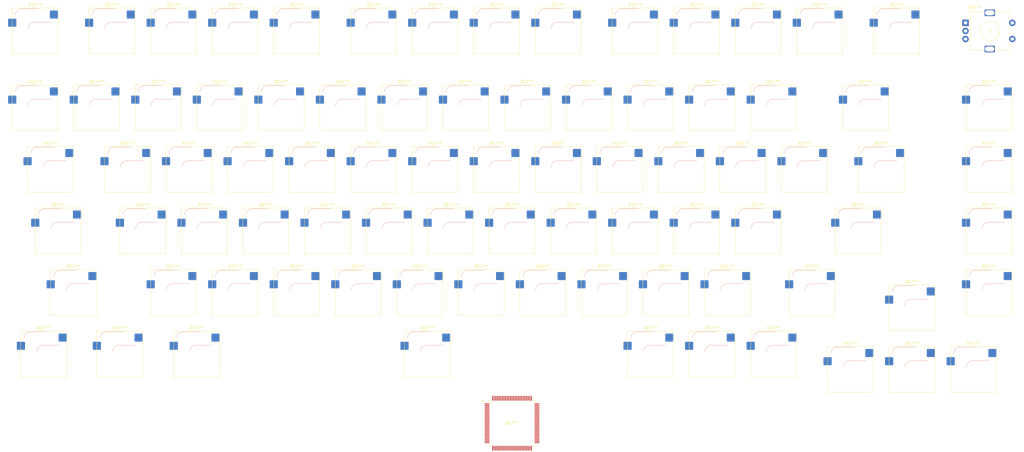
<source format=kicad_pcb>
(kicad_pcb (version 20240108) (generator "pcbnew") (generator_version "8.0")
  (layers (0 "F.Cu" signal) (31 "B.Cu" signal) (34 "B.Paste" user) (35 "F.Paste" user) (36 "B.SilkS" user "B.Silkscreen") (37 "F.SilkS" user "F.Silkscreen") (38 "B.Mask" user) (39 "F.Mask" user) (44 "Edge.Cuts" user))
  (net 0 "")
  (footprint "PCM_Switch_Keyboard_Hotswap_Kailh:SW_Hotswap_Kailh_MX_1.00u" (layer "F.Cu") (at 352.425 95.25)
    (property "Reference" "REF**" (at 0 -8 0) (layer "F.SilkS"))
    (property "Value" "SW_Hotswap_Kailh_MX_1.00u")
    (pad "" np_thru_hole circle (at -5.08 0) (size 1.75 1.75) (drill 1.75) (layers "*.Cu" "*.Mask"))
    (pad "" np_thru_hole circle (at -3.81 -2.54) (size 3.05 3.05) (drill 3.05) (layers "*.Cu" "*.Mask"))
    (pad "" np_thru_hole circle (at 0 0) (size 4 4) (drill 4) (layers "*.Cu" "*.Mask"))
    (pad "" np_thru_hole circle (at 2.54 -5.08) (size 3.05 3.05) (drill 3.05) (layers "*.Cu" "*.Mask"))
    (pad "" np_thru_hole circle (at 5.08 0) (size 1.75 1.75) (drill 1.75) (layers "*.Cu" "*.Mask"))
    (pad "1" smd roundrect (at -7.085 -2.54) (size 2.55 2.5) (layers "B.Cu" "B.Paste" "B.Mask") (roundrect_rratio 0.1))
    (pad "2" smd roundrect (at 5.842 -5.08) (size 2.55 2.5) (layers "B.Cu" "B.Paste" "B.Mask") (roundrect_rratio 0.1))
  )
  (footprint "PCM_Switch_Keyboard_Hotswap_Kailh:SW_Hotswap_Kailh_MX_1.00u" (layer "F.Cu") (at 138.1125 71.4375)
    (property "Reference" "REF**" (at 0 -8 0) (layer "F.SilkS"))
    (property "Value" "SW_Hotswap_Kailh_MX_1.00u")
    (pad "" np_thru_hole circle (at -5.08 0) (size 1.75 1.75) (drill 1.75) (layers "*.Cu" "*.Mask"))
    (pad "" np_thru_hole circle (at -3.81 -2.54) (size 3.05 3.05) (drill 3.05) (layers "*.Cu" "*.Mask"))
    (pad "" np_thru_hole circle (at 0 0) (size 4 4) (drill 4) (layers "*.Cu" "*.Mask"))
    (pad "" np_thru_hole circle (at 2.54 -5.08) (size 3.05 3.05) (drill 3.05) (layers "*.Cu" "*.Mask"))
    (pad "" np_thru_hole circle (at 5.08 0) (size 1.75 1.75) (drill 1.75) (layers "*.Cu" "*.Mask"))
    (pad "1" smd roundrect (at -7.085 -2.54) (size 2.55 2.5) (layers "B.Cu" "B.Paste" "B.Mask") (roundrect_rratio 0.1))
    (pad "2" smd roundrect (at 5.842 -5.08) (size 2.55 2.5) (layers "B.Cu" "B.Paste" "B.Mask") (roundrect_rratio 0.1))
  )
  (footprint "PCM_Switch_Keyboard_Hotswap_Kailh:SW_Hotswap_Kailh_MX_1.00u" (layer "F.Cu") (at 219.075 114.3)
    (property "Reference" "REF**" (at 0 -8 0) (layer "F.SilkS"))
    (property "Value" "SW_Hotswap_Kailh_MX_1.00u")
    (pad "" np_thru_hole circle (at -5.08 0) (size 1.75 1.75) (drill 1.75) (layers "*.Cu" "*.Mask"))
    (pad "" np_thru_hole circle (at -3.81 -2.54) (size 3.05 3.05) (drill 3.05) (layers "*.Cu" "*.Mask"))
    (pad "" np_thru_hole circle (at 0 0) (size 4 4) (drill 4) (layers "*.Cu" "*.Mask"))
    (pad "" np_thru_hole circle (at 2.54 -5.08) (size 3.05 3.05) (drill 3.05) (layers "*.Cu" "*.Mask"))
    (pad "" np_thru_hole circle (at 5.08 0) (size 1.75 1.75) (drill 1.75) (layers "*.Cu" "*.Mask"))
    (pad "1" smd roundrect (at -7.085 -2.54) (size 2.55 2.5) (layers "B.Cu" "B.Paste" "B.Mask") (roundrect_rratio 0.1))
    (pad "2" smd roundrect (at 5.842 -5.08) (size 2.55 2.5) (layers "B.Cu" "B.Paste" "B.Mask") (roundrect_rratio 0.1))
  )
  (footprint "PCM_Switch_Keyboard_Hotswap_Kailh:SW_Hotswap_Kailh_MX_1.75u" (layer "F.Cu") (at 297.65625 152.4)
    (property "Reference" "REF**" (at 0 -8 0) (layer "F.SilkS"))
    (property "Value" "SW_Hotswap_Kailh_MX_1.75u")
    (pad "" np_thru_hole circle (at -5.08 0) (size 1.75 1.75) (drill 1.75) (layers "*.Cu" "*.Mask"))
    (pad "" np_thru_hole circle (at -3.81 -2.54) (size 3.05 3.05) (drill 3.05) (layers "*.Cu" "*.Mask"))
    (pad "" np_thru_hole circle (at 0 0) (size 4 4) (drill 4) (layers "*.Cu" "*.Mask"))
    (pad "" np_thru_hole circle (at 2.54 -5.08) (size 3.05 3.05) (drill 3.05) (layers "*.Cu" "*.Mask"))
    (pad "" np_thru_hole circle (at 5.08 0) (size 1.75 1.75) (drill 1.75) (layers "*.Cu" "*.Mask"))
    (pad "1" smd roundrect (at -7.085 -2.54) (size 2.55 2.5) (layers "B.Cu" "B.Paste" "B.Mask") (roundrect_rratio 0.1))
    (pad "2" smd roundrect (at 5.842 -5.08) (size 2.55 2.5) (layers "B.Cu" "B.Paste" "B.Mask") (roundrect_rratio 0.1))
  )
  (footprint "PCM_Switch_Keyboard_Hotswap_Kailh:SW_Hotswap_Kailh_MX_1.00u" (layer "F.Cu") (at 276.225 114.3)
    (property "Reference" "REF**" (at 0 -8 0) (layer "F.SilkS"))
    (property "Value" "SW_Hotswap_Kailh_MX_1.00u")
    (pad "" np_thru_hole circle (at -5.08 0) (size 1.75 1.75) (drill 1.75) (layers "*.Cu" "*.Mask"))
    (pad "" np_thru_hole circle (at -3.81 -2.54) (size 3.05 3.05) (drill 3.05) (layers "*.Cu" "*.Mask"))
    (pad "" np_thru_hole circle (at 0 0) (size 4 4) (drill 4) (layers "*.Cu" "*.Mask"))
    (pad "" np_thru_hole circle (at 2.54 -5.08) (size 3.05 3.05) (drill 3.05) (layers "*.Cu" "*.Mask"))
    (pad "" np_thru_hole circle (at 5.08 0) (size 1.75 1.75) (drill 1.75) (layers "*.Cu" "*.Mask"))
    (pad "1" smd roundrect (at -7.085 -2.54) (size 2.55 2.5) (layers "B.Cu" "B.Paste" "B.Mask") (roundrect_rratio 0.1))
    (pad "2" smd roundrect (at 5.842 -5.08) (size 2.55 2.5) (layers "B.Cu" "B.Paste" "B.Mask") (roundrect_rratio 0.1))
  )
  (footprint "PCM_Switch_Keyboard_Hotswap_Kailh:SW_Hotswap_Kailh_MX_1.00u" (layer "F.Cu") (at 323.85 71.4375)
    (property "Reference" "REF**" (at 0 -8 0) (layer "F.SilkS"))
    (property "Value" "SW_Hotswap_Kailh_MX_1.00u")
    (pad "" np_thru_hole circle (at -5.08 0) (size 1.75 1.75) (drill 1.75) (layers "*.Cu" "*.Mask"))
    (pad "" np_thru_hole circle (at -3.81 -2.54) (size 3.05 3.05) (drill 3.05) (layers "*.Cu" "*.Mask"))
    (pad "" np_thru_hole circle (at 0 0) (size 4 4) (drill 4) (layers "*.Cu" "*.Mask"))
    (pad "" np_thru_hole circle (at 2.54 -5.08) (size 3.05 3.05) (drill 3.05) (layers "*.Cu" "*.Mask"))
    (pad "" np_thru_hole circle (at 5.08 0) (size 1.75 1.75) (drill 1.75) (layers "*.Cu" "*.Mask"))
    (pad "1" smd roundrect (at -7.085 -2.54) (size 2.55 2.5) (layers "B.Cu" "B.Paste" "B.Mask") (roundrect_rratio 0.1))
    (pad "2" smd roundrect (at 5.842 -5.08) (size 2.55 2.5) (layers "B.Cu" "B.Paste" "B.Mask") (roundrect_rratio 0.1))
  )
  (footprint "PCM_Switch_Keyboard_Hotswap_Kailh:SW_Hotswap_Kailh_MX_1.00u" (layer "F.Cu") (at 242.8875 71.4375)
    (property "Reference" "REF**" (at 0 -8 0) (layer "F.SilkS"))
    (property "Value" "SW_Hotswap_Kailh_MX_1.00u")
    (pad "" np_thru_hole circle (at -5.08 0) (size 1.75 1.75) (drill 1.75) (layers "*.Cu" "*.Mask"))
    (pad "" np_thru_hole circle (at -3.81 -2.54) (size 3.05 3.05) (drill 3.05) (layers "*.Cu" "*.Mask"))
    (pad "" np_thru_hole circle (at 0 0) (size 4 4) (drill 4) (layers "*.Cu" "*.Mask"))
    (pad "" np_thru_hole circle (at 2.54 -5.08) (size 3.05 3.05) (drill 3.05) (layers "*.Cu" "*.Mask"))
    (pad "" np_thru_hole circle (at 5.08 0) (size 1.75 1.75) (drill 1.75) (layers "*.Cu" "*.Mask"))
    (pad "1" smd roundrect (at -7.085 -2.54) (size 2.55 2.5) (layers "B.Cu" "B.Paste" "B.Mask") (roundrect_rratio 0.1))
    (pad "2" smd roundrect (at 5.842 -5.08) (size 2.55 2.5) (layers "B.Cu" "B.Paste" "B.Mask") (roundrect_rratio 0.1))
  )
  (footprint "PCM_Switch_Keyboard_Hotswap_Kailh:SW_Hotswap_Kailh_MX_1.00u" (layer "F.Cu") (at 219.075 71.4375)
    (property "Reference" "REF**" (at 0 -8 0) (layer "F.SilkS"))
    (property "Value" "SW_Hotswap_Kailh_MX_1.00u")
    (pad "" np_thru_hole circle (at -5.08 0) (size 1.75 1.75) (drill 1.75) (layers "*.Cu" "*.Mask"))
    (pad "" np_thru_hole circle (at -3.81 -2.54) (size 3.05 3.05) (drill 3.05) (layers "*.Cu" "*.Mask"))
    (pad "" np_thru_hole circle (at 0 0) (size 4 4) (drill 4) (layers "*.Cu" "*.Mask"))
    (pad "" np_thru_hole circle (at 2.54 -5.08) (size 3.05 3.05) (drill 3.05) (layers "*.Cu" "*.Mask"))
    (pad "" np_thru_hole circle (at 5.08 0) (size 1.75 1.75) (drill 1.75) (layers "*.Cu" "*.Mask"))
    (pad "1" smd roundrect (at -7.085 -2.54) (size 2.55 2.5) (layers "B.Cu" "B.Paste" "B.Mask") (roundrect_rratio 0.1))
    (pad "2" smd roundrect (at 5.842 -5.08) (size 2.55 2.5) (layers "B.Cu" "B.Paste" "B.Mask") (roundrect_rratio 0.1))
  )
  (footprint "PCM_Switch_Keyboard_Hotswap_Kailh:SW_Hotswap_Kailh_MX_1.00u" (layer "F.Cu") (at 95.25 95.25)
    (property "Reference" "REF**" (at 0 -8 0) (layer "F.SilkS"))
    (property "Value" "SW_Hotswap_Kailh_MX_1.00u")
    (pad "" np_thru_hole circle (at -5.08 0) (size 1.75 1.75) (drill 1.75) (layers "*.Cu" "*.Mask"))
    (pad "" np_thru_hole circle (at -3.81 -2.54) (size 3.05 3.05) (drill 3.05) (layers "*.Cu" "*.Mask"))
    (pad "" np_thru_hole circle (at 0 0) (size 4 4) (drill 4) (layers "*.Cu" "*.Mask"))
    (pad "" np_thru_hole circle (at 2.54 -5.08) (size 3.05 3.05) (drill 3.05) (layers "*.Cu" "*.Mask"))
    (pad "" np_thru_hole circle (at 5.08 0) (size 1.75 1.75) (drill 1.75) (layers "*.Cu" "*.Mask"))
    (pad "1" smd roundrect (at -7.085 -2.54) (size 2.55 2.5) (layers "B.Cu" "B.Paste" "B.Mask") (roundrect_rratio 0.1))
    (pad "2" smd roundrect (at 5.842 -5.08) (size 2.55 2.5) (layers "B.Cu" "B.Paste" "B.Mask") (roundrect_rratio 0.1))
  )
  (footprint "PCM_Switch_Keyboard_Hotswap_Kailh:SW_Hotswap_Kailh_MX_1.00u" (layer "F.Cu") (at 133.35 95.25)
    (property "Reference" "REF**" (at 0 -8 0) (layer "F.SilkS"))
    (property "Value" "SW_Hotswap_Kailh_MX_1.00u")
    (pad "" np_thru_hole circle (at -5.08 0) (size 1.75 1.75) (drill 1.75) (layers "*.Cu" "*.Mask"))
    (pad "" np_thru_hole circle (at -3.81 -2.54) (size 3.05 3.05) (drill 3.05) (layers "*.Cu" "*.Mask"))
    (pad "" np_thru_hole circle (at 0 0) (size 4 4) (drill 4) (layers "*.Cu" "*.Mask"))
    (pad "" np_thru_hole circle (at 2.54 -5.08) (size 3.05 3.05) (drill 3.05) (layers "*.Cu" "*.Mask"))
    (pad "" np_thru_hole circle (at 5.08 0) (size 1.75 1.75) (drill 1.75) (layers "*.Cu" "*.Mask"))
    (pad "1" smd roundrect (at -7.085 -2.54) (size 2.55 2.5) (layers "B.Cu" "B.Paste" "B.Mask") (roundrect_rratio 0.1))
    (pad "2" smd roundrect (at 5.842 -5.08) (size 2.55 2.5) (layers "B.Cu" "B.Paste" "B.Mask") (roundrect_rratio 0.1))
  )
  (footprint "PCM_Switch_Keyboard_Hotswap_Kailh:SW_Hotswap_Kailh_MX_1.50u" (layer "F.Cu") (at 319.0875 114.3)
    (property "Reference" "REF**" (at 0 -8 0) (layer "F.SilkS"))
    (property "Value" "SW_Hotswap_Kailh_MX_1.50u")
    (pad "" np_thru_hole circle (at -5.08 0) (size 1.75 1.75) (drill 1.75) (layers "*.Cu" "*.Mask"))
    (pad "" np_thru_hole circle (at -3.81 -2.54) (size 3.05 3.05) (drill 3.05) (layers "*.Cu" "*.Mask"))
    (pad "" np_thru_hole circle (at 0 0) (size 4 4) (drill 4) (layers "*.Cu" "*.Mask"))
    (pad "" np_thru_hole circle (at 2.54 -5.08) (size 3.05 3.05) (drill 3.05) (layers "*.Cu" "*.Mask"))
    (pad "" np_thru_hole circle (at 5.08 0) (size 1.75 1.75) (drill 1.75) (layers "*.Cu" "*.Mask"))
    (pad "1" smd roundrect (at -7.085 -2.54) (size 2.55 2.5) (layers "B.Cu" "B.Paste" "B.Mask") (roundrect_rratio 0.1))
    (pad "2" smd roundrect (at 5.842 -5.08) (size 2.55 2.5) (layers "B.Cu" "B.Paste" "B.Mask") (roundrect_rratio 0.1))
  )
  (footprint "PCM_Switch_Keyboard_Hotswap_Kailh:SW_Hotswap_Kailh_MX_1.00u" (layer "F.Cu") (at 285.75 95.25)
    (property "Reference" "REF**" (at 0 -8 0) (layer "F.SilkS"))
    (property "Value" "SW_Hotswap_Kailh_MX_1.00u")
    (pad "" np_thru_hole circle (at -5.08 0) (size 1.75 1.75) (drill 1.75) (layers "*.Cu" "*.Mask"))
    (pad "" np_thru_hole circle (at -3.81 -2.54) (size 3.05 3.05) (drill 3.05) (layers "*.Cu" "*.Mask"))
    (pad "" np_thru_hole circle (at 0 0) (size 4 4) (drill 4) (layers "*.Cu" "*.Mask"))
    (pad "" np_thru_hole circle (at 2.54 -5.08) (size 3.05 3.05) (drill 3.05) (layers "*.Cu" "*.Mask"))
    (pad "" np_thru_hole circle (at 5.08 0) (size 1.75 1.75) (drill 1.75) (layers "*.Cu" "*.Mask"))
    (pad "1" smd roundrect (at -7.085 -2.54) (size 2.55 2.5) (layers "B.Cu" "B.Paste" "B.Mask") (roundrect_rratio 0.1))
    (pad "2" smd roundrect (at 5.842 -5.08) (size 2.55 2.5) (layers "B.Cu" "B.Paste" "B.Mask") (roundrect_rratio 0.1))
  )
  (footprint "PCM_Switch_Keyboard_Hotswap_Kailh:SW_Hotswap_Kailh_MX_1.00u" (layer "F.Cu") (at 247.65 95.25)
    (property "Reference" "REF**" (at 0 -8 0) (layer "F.SilkS"))
    (property "Value" "SW_Hotswap_Kailh_MX_1.00u")
    (pad "" np_thru_hole circle (at -5.08 0) (size 1.75 1.75) (drill 1.75) (layers "*.Cu" "*.Mask"))
    (pad "" np_thru_hole circle (at -3.81 -2.54) (size 3.05 3.05) (drill 3.05) (layers "*.Cu" "*.Mask"))
    (pad "" np_thru_hole circle (at 0 0) (size 4 4) (drill 4) (layers "*.Cu" "*.Mask"))
    (pad "" np_thru_hole circle (at 2.54 -5.08) (size 3.05 3.05) (drill 3.05) (layers "*.Cu" "*.Mask"))
    (pad "" np_thru_hole circle (at 5.08 0) (size 1.75 1.75) (drill 1.75) (layers "*.Cu" "*.Mask"))
    (pad "1" smd roundrect (at -7.085 -2.54) (size 2.55 2.5) (layers "B.Cu" "B.Paste" "B.Mask") (roundrect_rratio 0.1))
    (pad "2" smd roundrect (at 5.842 -5.08) (size 2.55 2.5) (layers "B.Cu" "B.Paste" "B.Mask") (roundrect_rratio 0.1))
  )
  (footprint "PCM_Switch_Keyboard_Hotswap_Kailh:SW_Hotswap_Kailh_MX_1.00u" (layer "F.Cu") (at 328.6125 157.1625)
    (property "Reference" "REF**" (at 0 -8 0) (layer "F.SilkS"))
    (property "Value" "SW_Hotswap_Kailh_MX_1.00u")
    (pad "" np_thru_hole circle (at -5.08 0) (size 1.75 1.75) (drill 1.75) (layers "*.Cu" "*.Mask"))
    (pad "" np_thru_hole circle (at -3.81 -2.54) (size 3.05 3.05) (drill 3.05) (layers "*.Cu" "*.Mask"))
    (pad "" np_thru_hole circle (at 0 0) (size 4 4) (drill 4) (layers "*.Cu" "*.Mask"))
    (pad "" np_thru_hole circle (at 2.54 -5.08) (size 3.05 3.05) (drill 3.05) (layers "*.Cu" "*.Mask"))
    (pad "" np_thru_hole circle (at 5.08 0) (size 1.75 1.75) (drill 1.75) (layers "*.Cu" "*.Mask"))
    (pad "1" smd roundrect (at -7.085 -2.54) (size 2.55 2.5) (layers "B.Cu" "B.Paste" "B.Mask") (roundrect_rratio 0.1))
    (pad "2" smd roundrect (at 5.842 -5.08) (size 2.55 2.5) (layers "B.Cu" "B.Paste" "B.Mask") (roundrect_rratio 0.1))
  )
  (footprint "PCM_Switch_Keyboard_Hotswap_Kailh:SW_Hotswap_Kailh_MX_1.00u" (layer "F.Cu") (at 190.5 95.25)
    (property "Reference" "REF**" (at 0 -8 0) (layer "F.SilkS"))
    (property "Value" "SW_Hotswap_Kailh_MX_1.00u")
    (pad "" np_thru_hole circle (at -5.08 0) (size 1.75 1.75) (drill 1.75) (layers "*.Cu" "*.Mask"))
    (pad "" np_thru_hole circle (at -3.81 -2.54) (size 3.05 3.05) (drill 3.05) (layers "*.Cu" "*.Mask"))
    (pad "" np_thru_hole circle (at 0 0) (size 4 4) (drill 4) (layers "*.Cu" "*.Mask"))
    (pad "" np_thru_hole circle (at 2.54 -5.08) (size 3.05 3.05) (drill 3.05) (layers "*.Cu" "*.Mask"))
    (pad "" np_thru_hole circle (at 5.08 0) (size 1.75 1.75) (drill 1.75) (layers "*.Cu" "*.Mask"))
    (pad "1" smd roundrect (at -7.085 -2.54) (size 2.55 2.5) (layers "B.Cu" "B.Paste" "B.Mask") (roundrect_rratio 0.1))
    (pad "2" smd roundrect (at 5.842 -5.08) (size 2.55 2.5) (layers "B.Cu" "B.Paste" "B.Mask") (roundrect_rratio 0.1))
  )
  (footprint "PCM_Switch_Keyboard_Hotswap_Kailh:SW_Hotswap_Kailh_MX_1.00u" (layer "F.Cu") (at 178.59375 171.45)
    (property "Reference" "REF**" (at 0 -8 0) (layer "F.SilkS"))
    (property "Value" "SW_Hotswap_Kailh_MX_1.00u")
    (pad "" np_thru_hole circle (at -5.08 0) (size 1.75 1.75) (drill 1.75) (layers "*.Cu" "*.Mask"))
    (pad "" np_thru_hole circle (at -3.81 -2.54) (size 3.05 3.05) (drill 3.05) (layers "*.Cu" "*.Mask"))
    (pad "" np_thru_hole circle (at 0 0) (size 4 4) (drill 4) (layers "*.Cu" "*.Mask"))
    (pad "" np_thru_hole circle (at 2.54 -5.08) (size 3.05 3.05) (drill 3.05) (layers "*.Cu" "*.Mask"))
    (pad "" np_thru_hole circle (at 5.08 0) (size 1.75 1.75) (drill 1.75) (layers "*.Cu" "*.Mask"))
    (pad "1" smd roundrect (at -7.085 -2.54) (size 2.55 2.5) (layers "B.Cu" "B.Paste" "B.Mask") (roundrect_rratio 0.1))
    (pad "2" smd roundrect (at 5.842 -5.08) (size 2.55 2.5) (layers "B.Cu" "B.Paste" "B.Mask") (roundrect_rratio 0.1))
  )
  (footprint "PCM_Switch_Keyboard_Hotswap_Kailh:SW_Hotswap_Kailh_MX_1.00u" (layer "F.Cu") (at 161.925 71.4375)
    (property "Reference" "REF**" (at 0 -8 0) (layer "F.SilkS"))
    (property "Value" "SW_Hotswap_Kailh_MX_1.00u")
    (pad "" np_thru_hole circle (at -5.08 0) (size 1.75 1.75) (drill 1.75) (layers "*.Cu" "*.Mask"))
    (pad "" np_thru_hole circle (at -3.81 -2.54) (size 3.05 3.05) (drill 3.05) (layers "*.Cu" "*.Mask"))
    (pad "" np_thru_hole circle (at 0 0) (size 4 4) (drill 4) (layers "*.Cu" "*.Mask"))
    (pad "" np_thru_hole circle (at 2.54 -5.08) (size 3.05 3.05) (drill 3.05) (layers "*.Cu" "*.Mask"))
    (pad "" np_thru_hole circle (at 5.08 0) (size 1.75 1.75) (drill 1.75) (layers "*.Cu" "*.Mask"))
    (pad "1" smd roundrect (at -7.085 -2.54) (size 2.55 2.5) (layers "B.Cu" "B.Paste" "B.Mask") (roundrect_rratio 0.1))
    (pad "2" smd roundrect (at 5.842 -5.08) (size 2.55 2.5) (layers "B.Cu" "B.Paste" "B.Mask") (roundrect_rratio 0.1))
  )
  (footprint "PCM_Switch_Keyboard_Hotswap_Kailh:SW_Hotswap_Kailh_MX_1.00u" (layer "F.Cu") (at 185.7375 133.35)
    (property "Reference" "REF**" (at 0 -8 0) (layer "F.SilkS"))
    (property "Value" "SW_Hotswap_Kailh_MX_1.00u")
    (pad "" np_thru_hole circle (at -5.08 0) (size 1.75 1.75) (drill 1.75) (layers "*.Cu" "*.Mask"))
    (pad "" np_thru_hole circle (at -3.81 -2.54) (size 3.05 3.05) (drill 3.05) (layers "*.Cu" "*.Mask"))
    (pad "" np_thru_hole circle (at 0 0) (size 4 4) (drill 4) (layers "*.Cu" "*.Mask"))
    (pad "" np_thru_hole circle (at 2.54 -5.08) (size 3.05 3.05) (drill 3.05) (layers "*.Cu" "*.Mask"))
    (pad "" np_thru_hole circle (at 5.08 0) (size 1.75 1.75) (drill 1.75) (layers "*.Cu" "*.Mask"))
    (pad "1" smd roundrect (at -7.085 -2.54) (size 2.55 2.5) (layers "B.Cu" "B.Paste" "B.Mask") (roundrect_rratio 0.1))
    (pad "2" smd roundrect (at 5.842 -5.08) (size 2.55 2.5) (layers "B.Cu" "B.Paste" "B.Mask") (roundrect_rratio 0.1))
  )
  (footprint "PCM_Switch_Keyboard_Hotswap_Kailh:SW_Hotswap_Kailh_MX_1.00u" (layer "F.Cu") (at 300.0375 71.4375)
    (property "Reference" "REF**" (at 0 -8 0) (layer "F.SilkS"))
    (property "Value" "SW_Hotswap_Kailh_MX_1.00u")
    (pad "" np_thru_hole circle (at -5.08 0) (size 1.75 1.75) (drill 1.75) (layers "*.Cu" "*.Mask"))
    (pad "" np_thru_hole circle (at -3.81 -2.54) (size 3.05 3.05) (drill 3.05) (layers "*.Cu" "*.Mask"))
    (pad "" np_thru_hole circle (at 0 0) (size 4 4) (drill 4) (layers "*.Cu" "*.Mask"))
    (pad "" np_thru_hole circle (at 2.54 -5.08) (size 3.05 3.05) (drill 3.05) (layers "*.Cu" "*.Mask"))
    (pad "" np_thru_hole circle (at 5.08 0) (size 1.75 1.75) (drill 1.75) (layers "*.Cu" "*.Mask"))
    (pad "1" smd roundrect (at -7.085 -2.54) (size 2.55 2.5) (layers "B.Cu" "B.Paste" "B.Mask") (roundrect_rratio 0.1))
    (pad "2" smd roundrect (at 5.842 -5.08) (size 2.55 2.5) (layers "B.Cu" "B.Paste" "B.Mask") (roundrect_rratio 0.1))
  )
  (footprint "PCM_Switch_Keyboard_Hotswap_Kailh:SW_Hotswap_Kailh_MX_1.00u" (layer "F.Cu") (at 228.6 95.25)
    (property "Reference" "REF**" (at 0 -8 0) (layer "F.SilkS"))
    (property "Value" "SW_Hotswap_Kailh_MX_1.00u")
    (pad "" np_thru_hole circle (at -5.08 0) (size 1.75 1.75) (drill 1.75) (layers "*.Cu" "*.Mask"))
    (pad "" np_thru_hole circle (at -3.81 -2.54) (size 3.05 3.05) (drill 3.05) (layers "*.Cu" "*.Mask"))
    (pad "" np_thru_hole circle (at 0 0) (size 4 4) (drill 4) (layers "*.Cu" "*.Mask"))
    (pad "" np_thru_hole circle (at 2.54 -5.08) (size 3.05 3.05) (drill 3.05) (layers "*.Cu" "*.Mask"))
    (pad "" np_thru_hole circle (at 5.08 0) (size 1.75 1.75) (drill 1.75) (layers "*.Cu" "*.Mask"))
    (pad "1" smd roundrect (at -7.085 -2.54) (size 2.55 2.5) (layers "B.Cu" "B.Paste" "B.Mask") (roundrect_rratio 0.1))
    (pad "2" smd roundrect (at 5.842 -5.08) (size 2.55 2.5) (layers "B.Cu" "B.Paste" "B.Mask") (roundrect_rratio 0.1))
  )
  (footprint "PCM_Switch_Keyboard_Hotswap_Kailh:SW_Hotswap_Kailh_MX_1.00u" (layer "F.Cu") (at 328.6125 176.2125)
    (property "Reference" "REF**" (at 0 -8 0) (layer "F.SilkS"))
    (property "Value" "SW_Hotswap_Kailh_MX_1.00u")
    (pad "" np_thru_hole circle (at -5.08 0) (size 1.75 1.75) (drill 1.75) (layers "*.Cu" "*.Mask"))
    (pad "" np_thru_hole circle (at -3.81 -2.54) (size 3.05 3.05) (drill 3.05) (layers "*.Cu" "*.Mask"))
    (pad "" np_thru_hole circle (at 0 0) (size 4 4) (drill 4) (layers "*.Cu" "*.Mask"))
    (pad "" np_thru_hole circle (at 2.54 -5.08) (size 3.05 3.05) (drill 3.05) (layers "*.Cu" "*.Mask"))
    (pad "" np_thru_hole circle (at 5.08 0) (size 1.75 1.75) (drill 1.75) (layers "*.Cu" "*.Mask"))
    (pad "1" smd roundrect (at -7.085 -2.54) (size 2.55 2.5) (layers "B.Cu" "B.Paste" "B.Mask") (roundrect_rratio 0.1))
    (pad "2" smd roundrect (at 5.842 -5.08) (size 2.55 2.5) (layers "B.Cu" "B.Paste" "B.Mask") (roundrect_rratio 0.1))
  )
  (footprint "PCM_Switch_Keyboard_Hotswap_Kailh:SW_Hotswap_Kailh_MX_1.00u" (layer "F.Cu") (at 204.7875 133.35)
    (property "Reference" "REF**" (at 0 -8 0) (layer "F.SilkS"))
    (property "Value" "SW_Hotswap_Kailh_MX_1.00u")
    (pad "" np_thru_hole circle (at -5.08 0) (size 1.75 1.75) (drill 1.75) (layers "*.Cu" "*.Mask"))
    (pad "" np_thru_hole circle (at -3.81 -2.54) (size 3.05 3.05) (drill 3.05) (layers "*.Cu" "*.Mask"))
    (pad "" np_thru_hole circle (at 0 0) (size 4 4) (drill 4) (layers "*.Cu" "*.Mask"))
    (pad "" np_thru_hole circle (at 2.54 -5.08) (size 3.05 3.05) (drill 3.05) (layers "*.Cu" "*.Mask"))
    (pad "" np_thru_hole circle (at 5.08 0) (size 1.75 1.75) (drill 1.75) (layers "*.Cu" "*.Mask"))
    (pad "1" smd roundrect (at -7.085 -2.54) (size 2.55 2.5) (layers "B.Cu" "B.Paste" "B.Mask") (roundrect_rratio 0.1))
    (pad "2" smd roundrect (at 5.842 -5.08) (size 2.55 2.5) (layers "B.Cu" "B.Paste" "B.Mask") (roundrect_rratio 0.1))
  )
  (footprint "PCM_Switch_Keyboard_Hotswap_Kailh:SW_Hotswap_Kailh_MX_1.00u" (layer "F.Cu") (at 119.0625 71.4375)
    (property "Reference" "REF**" (at 0 -8 0) (layer "F.SilkS"))
    (property "Value" "SW_Hotswap_Kailh_MX_1.00u")
    (pad "" np_thru_hole circle (at -5.08 0) (size 1.75 1.75) (drill 1.75) (layers "*.Cu" "*.Mask"))
    (pad "" np_thru_hole circle (at -3.81 -2.54) (size 3.05 3.05) (drill 3.05) (layers "*.Cu" "*.Mask"))
    (pad "" np_thru_hole circle (at 0 0) (size 4 4) (drill 4) (layers "*.Cu" "*.Mask"))
    (pad "" np_thru_hole circle (at 2.54 -5.08) (size 3.05 3.05) (drill 3.05) (layers "*.Cu" "*.Mask"))
    (pad "" np_thru_hole circle (at 5.08 0) (size 1.75 1.75) (drill 1.75) (layers "*.Cu" "*.Mask"))
    (pad "1" smd roundrect (at -7.085 -2.54) (size 2.55 2.5) (layers "B.Cu" "B.Paste" "B.Mask") (roundrect_rratio 0.1))
    (pad "2" smd roundrect (at 5.842 -5.08) (size 2.55 2.5) (layers "B.Cu" "B.Paste" "B.Mask") (roundrect_rratio 0.1))
  )
  (footprint "PCM_Switch_Keyboard_Hotswap_Kailh:SW_Hotswap_Kailh_MX_1.00u" (layer "F.Cu") (at 128.5875 133.35)
    (property "Reference" "REF**" (at 0 -8 0) (layer "F.SilkS"))
    (property "Value" "SW_Hotswap_Kailh_MX_1.00u")
    (pad "" np_thru_hole circle (at -5.08 0) (size 1.75 1.75) (drill 1.75) (layers "*.Cu" "*.Mask"))
    (pad "" np_thru_hole circle (at -3.81 -2.54) (size 3.05 3.05) (drill 3.05) (layers "*.Cu" "*.Mask"))
    (pad "" np_thru_hole circle (at 0 0) (size 4 4) (drill 4) (layers "*.Cu" "*.Mask"))
    (pad "" np_thru_hole circle (at 2.54 -5.08) (size 3.05 3.05) (drill 3.05) (layers "*.Cu" "*.Mask"))
    (pad "" np_thru_hole circle (at 5.08 0) (size 1.75 1.75) (drill 1.75) (layers "*.Cu" "*.Mask"))
    (pad "1" smd roundrect (at -7.085 -2.54) (size 2.55 2.5) (layers "B.Cu" "B.Paste" "B.Mask") (roundrect_rratio 0.1))
    (pad "2" smd roundrect (at 5.842 -5.08) (size 2.55 2.5) (layers "B.Cu" "B.Paste" "B.Mask") (roundrect_rratio 0.1))
  )
  (footprint "PCM_Switch_Keyboard_Hotswap_Kailh:SW_Hotswap_Kailh_MX_1.00u" (layer "F.Cu") (at 295.275 114.3)
    (property "Reference" "REF**" (at 0 -8 0) (layer "F.SilkS"))
    (property "Value" "SW_Hotswap_Kailh_MX_1.00u")
    (pad "" np_thru_hole circle (at -5.08 0) (size 1.75 1.75) (drill 1.75) (layers "*.Cu" "*.Mask"))
    (pad "" np_thru_hole circle (at -3.81 -2.54) (size 3.05 3.05) (drill 3.05) (layers "*.Cu" "*.Mask"))
    (pad "" np_thru_hole circle (at 0 0) (size 4 4) (drill 4) (layers "*.Cu" "*.Mask"))
    (pad "" np_thru_hole circle (at 2.54 -5.08) (size 3.05 3.05) (drill 3.05) (layers "*.Cu" "*.Mask"))
    (pad "" np_thru_hole circle (at 5.08 0) (size 1.75 1.75) (drill 1.75) (layers "*.Cu" "*.Mask"))
    (pad "1" smd roundrect (at -7.085 -2.54) (size 2.55 2.5) (layers "B.Cu" "B.Paste" "B.Mask") (roundrect_rratio 0.1))
    (pad "2" smd roundrect (at 5.842 -5.08) (size 2.55 2.5) (layers "B.Cu" "B.Paste" "B.Mask") (roundrect_rratio 0.1))
  )
  (footprint "PCM_Switch_Keyboard_Hotswap_Kailh:SW_Hotswap_Kailh_MX_1.75u" (layer "F.Cu") (at 64.29375 133.35)
    (property "Reference" "REF**" (at 0 -8 0) (layer "F.SilkS"))
    (property "Value" "SW_Hotswap_Kailh_MX_1.75u")
    (pad "" np_thru_hole circle (at -5.08 0) (size 1.75 1.75) (drill 1.75) (layers "*.Cu" "*.Mask"))
    (pad "" np_thru_hole circle (at -3.81 -2.54) (size 3.05 3.05) (drill 3.05) (layers "*.Cu" "*.Mask"))
    (pad "" np_thru_hole circle (at 0 0) (size 4 4) (drill 4) (layers "*.Cu" "*.Mask"))
    (pad "" np_thru_hole circle (at 2.54 -5.08) (size 3.05 3.05) (drill 3.05) (layers "*.Cu" "*.Mask"))
    (pad "" np_thru_hole circle (at 5.08 0) (size 1.75 1.75) (drill 1.75) (layers "*.Cu" "*.Mask"))
    (pad "1" smd roundrect (at -7.085 -2.54) (size 2.55 2.5) (layers "B.Cu" "B.Paste" "B.Mask") (roundrect_rratio 0.1))
    (pad "2" smd roundrect (at 5.842 -5.08) (size 2.55 2.5) (layers "B.Cu" "B.Paste" "B.Mask") (roundrect_rratio 0.1))
  )
  (footprint "PCM_Switch_Keyboard_Hotswap_Kailh:SW_Hotswap_Kailh_MX_1.00u" (layer "F.Cu") (at 100.0125 71.4375)
    (property "Reference" "REF**" (at 0 -8 0) (layer "F.SilkS"))
    (property "Value" "SW_Hotswap_Kailh_MX_1.00u")
    (pad "" np_thru_hole circle (at -5.08 0) (size 1.75 1.75) (drill 1.75) (layers "*.Cu" "*.Mask"))
    (pad "" np_thru_hole circle (at -3.81 -2.54) (size 3.05 3.05) (drill 3.05) (layers "*.Cu" "*.Mask"))
    (pad "" np_thru_hole circle (at 0 0) (size 4 4) (drill 4) (layers "*.Cu" "*.Mask"))
    (pad "" np_thru_hole circle (at 2.54 -5.08) (size 3.05 3.05) (drill 3.05) (layers "*.Cu" "*.Mask"))
    (pad "" np_thru_hole circle (at 5.08 0) (size 1.75 1.75) (drill 1.75) (layers "*.Cu" "*.Mask"))
    (pad "1" smd roundrect (at -7.085 -2.54) (size 2.55 2.5) (layers "B.Cu" "B.Paste" "B.Mask") (roundrect_rratio 0.1))
    (pad "2" smd roundrect (at 5.842 -5.08) (size 2.55 2.5) (layers "B.Cu" "B.Paste" "B.Mask") (roundrect_rratio 0.1))
  )
  (footprint "PCM_Switch_Keyboard_Hotswap_Kailh:SW_Hotswap_Kailh_MX_1.00u" (layer "F.Cu") (at 166.6875 133.35)
    (property "Reference" "REF**" (at 0 -8 0) (layer "F.SilkS"))
    (property "Value" "SW_Hotswap_Kailh_MX_1.00u")
    (pad "" np_thru_hole circle (at -5.08 0) (size 1.75 1.75) (drill 1.75) (layers "*.Cu" "*.Mask"))
    (pad "" np_thru_hole circle (at -3.81 -2.54) (size 3.05 3.05) (drill 3.05) (layers "*.Cu" "*.Mask"))
    (pad "" np_thru_hole circle (at 0 0) (size 4 4) (drill 4) (layers "*.Cu" "*.Mask"))
    (pad "" np_thru_hole circle (at 2.54 -5.08) (size 3.05 3.05) (drill 3.05) (layers "*.Cu" "*.Mask"))
    (pad "" np_thru_hole circle (at 5.08 0) (size 1.75 1.75) (drill 1.75) (layers "*.Cu" "*.Mask"))
    (pad "1" smd roundrect (at -7.085 -2.54) (size 2.55 2.5) (layers "B.Cu" "B.Paste" "B.Mask") (roundrect_rratio 0.1))
    (pad "2" smd roundrect (at 5.842 -5.08) (size 2.55 2.5) (layers "B.Cu" "B.Paste" "B.Mask") (roundrect_rratio 0.1))
  )
  (footprint "PCM_Switch_Keyboard_Hotswap_Kailh:SW_Hotswap_Kailh_MX_1.00u" (layer "F.Cu") (at 252.4125 152.4)
    (property "Reference" "REF**" (at 0 -8 0) (layer "F.SilkS"))
    (property "Value" "SW_Hotswap_Kailh_MX_1.00u")
    (pad "" np_thru_hole circle (at -5.08 0) (size 1.75 1.75) (drill 1.75) (layers "*.Cu" "*.Mask"))
    (pad "" np_thru_hole circle (at -3.81 -2.54) (size 3.05 3.05) (drill 3.05) (layers "*.Cu" "*.Mask"))
    (pad "" np_thru_hole circle (at 0 0) (size 4 4) (drill 4) (layers "*.Cu" "*.Mask"))
    (pad "" np_thru_hole circle (at 2.54 -5.08) (size 3.05 3.05) (drill 3.05) (layers "*.Cu" "*.Mask"))
    (pad "" np_thru_hole circle (at 5.08 0) (size 1.75 1.75) (drill 1.75) (layers "*.Cu" "*.Mask"))
    (pad "1" smd roundrect (at -7.085 -2.54) (size 2.55 2.5) (layers "B.Cu" "B.Paste" "B.Mask") (roundrect_rratio 0.1))
    (pad "2" smd roundrect (at 5.842 -5.08) (size 2.55 2.5) (layers "B.Cu" "B.Paste" "B.Mask") (roundrect_rratio 0.1))
  )
  (footprint "PCM_Switch_Keyboard_Hotswap_Kailh:SW_Hotswap_Kailh_MX_1.00u" (layer "F.Cu") (at 180.975 71.4375)
    (property "Reference" "REF**" (at 0 -8 0) (layer "F.SilkS"))
    (property "Value" "SW_Hotswap_Kailh_MX_1.00u")
    (pad "" np_thru_hole circle (at -5.08 0) (size 1.75 1.75) (drill 1.75) (layers "*.Cu" "*.Mask"))
    (pad "" np_thru_hole circle (at -3.81 -2.54) (size 3.05 3.05) (drill 3.05) (layers "*.Cu" "*.Mask"))
    (pad "" np_thru_hole circle (at 0 0) (size 4 4) (drill 4) (layers "*.Cu" "*.Mask"))
    (pad "" np_thru_hole circle (at 2.54 -5.08) (size 3.05 3.05) (drill 3.05) (layers "*.Cu" "*.Mask"))
    (pad "" np_thru_hole circle (at 5.08 0) (size 1.75 1.75) (drill 1.75) (layers "*.Cu" "*.Mask"))
    (pad "1" smd roundrect (at -7.085 -2.54) (size 2.55 2.5) (layers "B.Cu" "B.Paste" "B.Mask") (roundrect_rratio 0.1))
    (pad "2" smd roundrect (at 5.842 -5.08) (size 2.55 2.5) (layers "B.Cu" "B.Paste" "B.Mask") (roundrect_rratio 0.1))
  )
  (footprint "PCM_Switch_Keyboard_Hotswap_Kailh:SW_Hotswap_Kailh_MX_1.00u" (layer "F.Cu") (at 261.9375 133.35)
    (property "Reference" "REF**" (at 0 -8 0) (layer "F.SilkS"))
    (property "Value" "SW_Hotswap_Kailh_MX_1.00u")
    (pad "" np_thru_hole circle (at -5.08 0) (size 1.75 1.75) (drill 1.75) (layers "*.Cu" "*.Mask"))
    (pad "" np_thru_hole circle (at -3.81 -2.54) (size 3.05 3.05) (drill 3.05) (layers "*.Cu" "*.Mask"))
    (pad "" np_thru_hole circle (at 0 0) (size 4 4) (drill 4) (layers "*.Cu" "*.Mask"))
    (pad "" np_thru_hole circle (at 2.54 -5.08) (size 3.05 3.05) (drill 3.05) (layers "*.Cu" "*.Mask"))
    (pad "" np_thru_hole circle (at 5.08 0) (size 1.75 1.75) (drill 1.75) (layers "*.Cu" "*.Mask"))
    (pad "1" smd roundrect (at -7.085 -2.54) (size 2.55 2.5) (layers "B.Cu" "B.Paste" "B.Mask") (roundrect_rratio 0.1))
    (pad "2" smd roundrect (at 5.842 -5.08) (size 2.55 2.5) (layers "B.Cu" "B.Paste" "B.Mask") (roundrect_rratio 0.1))
  )
  (footprint "PCM_Switch_Keyboard_Hotswap_Kailh:SW_Hotswap_Kailh_MX_1.00u" (layer "F.Cu") (at 57.15 95.25)
    (property "Reference" "REF**" (at 0 -8 0) (layer "F.SilkS"))
    (property "Value" "SW_Hotswap_Kailh_MX_1.00u")
    (pad "" np_thru_hole circle (at -5.08 0) (size 1.75 1.75) (drill 1.75) (layers "*.Cu" "*.Mask"))
    (pad "" np_thru_hole circle (at -3.81 -2.54) (size 3.05 3.05) (drill 3.05) (layers "*.Cu" "*.Mask"))
    (pad "" np_thru_hole circle (at 0 0) (size 4 4) (drill 4) (layers "*.Cu" "*.Mask"))
    (pad "" np_thru_hole circle (at 2.54 -5.08) (size 3.05 3.05) (drill 3.05) (layers "*.Cu" "*.Mask"))
    (pad "" np_thru_hole circle (at 5.08 0) (size 1.75 1.75) (drill 1.75) (layers "*.Cu" "*.Mask"))
    (pad "1" smd roundrect (at -7.085 -2.54) (size 2.55 2.5) (layers "B.Cu" "B.Paste" "B.Mask") (roundrect_rratio 0.1))
    (pad "2" smd roundrect (at 5.842 -5.08) (size 2.55 2.5) (layers "B.Cu" "B.Paste" "B.Mask") (roundrect_rratio 0.1))
  )
  (footprint "Rotary_Encoder:RotaryEncoder_Alps_EC11E-Switch_Vertical_H20mm" (layer "F.Cu") (at 345.175 68.9375)
    (property "Reference" "REF**" (at 2.8 -4.7 0) (layer "F.SilkS"))
    (property "Value" "RotaryEncoder_Alps_EC11E-Switch_Vertical_H20mm" (hide yes))
    (pad "A" thru_hole rect (at 0 0) (size 2 2) (drill 1) (layers "*.Cu" "*.Mask"))
    (pad "B" thru_hole circle (at 0 5) (size 2 2) (drill 1) (layers "*.Cu" "*.Mask"))
    (pad "C" thru_hole circle (at 0 2.5) (size 2 2) (drill 1) (layers "*.Cu" "*.Mask"))
    (pad "MP" thru_hole rect (at 7.5 -3.1) (size 3.2 2) (drill oval 2.8 1.5) (layers "*.Cu" "*.Mask"))
    (pad "MP" thru_hole rect (at 7.5 8.1) (size 3.2 2) (drill oval 2.8 1.5) (layers "*.Cu" "*.Mask"))
    (pad "S1" thru_hole circle (at 14.5 5) (size 2 2) (drill 1) (layers "*.Cu" "*.Mask"))
    (pad "S2" thru_hole circle (at 14.5 0) (size 2 2) (drill 1) (layers "*.Cu" "*.Mask"))
  )
  (footprint "PCM_Switch_Keyboard_Hotswap_Kailh:SW_Hotswap_Kailh_MX_1.00u" (layer "F.Cu") (at 100.0125 152.4)
    (property "Reference" "REF**" (at 0 -8 0) (layer "F.SilkS"))
    (property "Value" "SW_Hotswap_Kailh_MX_1.00u")
    (pad "" np_thru_hole circle (at -5.08 0) (size 1.75 1.75) (drill 1.75) (layers "*.Cu" "*.Mask"))
    (pad "" np_thru_hole circle (at -3.81 -2.54) (size 3.05 3.05) (drill 3.05) (layers "*.Cu" "*.Mask"))
    (pad "" np_thru_hole circle (at 0 0) (size 4 4) (drill 4) (layers "*.Cu" "*.Mask"))
    (pad "" np_thru_hole circle (at 2.54 -5.08) (size 3.05 3.05) (drill 3.05) (layers "*.Cu" "*.Mask"))
    (pad "" np_thru_hole circle (at 5.08 0) (size 1.75 1.75) (drill 1.75) (layers "*.Cu" "*.Mask"))
    (pad "1" smd roundrect (at -7.085 -2.54) (size 2.55 2.5) (layers "B.Cu" "B.Paste" "B.Mask") (roundrect_rratio 0.1))
    (pad "2" smd roundrect (at 5.842 -5.08) (size 2.55 2.5) (layers "B.Cu" "B.Paste" "B.Mask") (roundrect_rratio 0.1))
  )
  (footprint "PCM_Switch_Keyboard_Hotswap_Kailh:SW_Hotswap_Kailh_MX_1.00u" (layer "F.Cu") (at 57.15 71.4375)
    (property "Reference" "REF**" (at 0 -8 0) (layer "F.SilkS"))
    (property "Value" "SW_Hotswap_Kailh_MX_1.00u")
    (pad "" np_thru_hole circle (at -5.08 0) (size 1.75 1.75) (drill 1.75) (layers "*.Cu" "*.Mask"))
    (pad "" np_thru_hole circle (at -3.81 -2.54) (size 3.05 3.05) (drill 3.05) (layers "*.Cu" "*.Mask"))
    (pad "" np_thru_hole circle (at 0 0) (size 4 4) (drill 4) (layers "*.Cu" "*.Mask"))
    (pad "" np_thru_hole circle (at 2.54 -5.08) (size 3.05 3.05) (drill 3.05) (layers "*.Cu" "*.Mask"))
    (pad "" np_thru_hole circle (at 5.08 0) (size 1.75 1.75) (drill 1.75) (layers "*.Cu" "*.Mask"))
    (pad "1" smd roundrect (at -7.085 -2.54) (size 2.55 2.5) (layers "B.Cu" "B.Paste" "B.Mask") (roundrect_rratio 0.1))
    (pad "2" smd roundrect (at 5.842 -5.08) (size 2.55 2.5) (layers "B.Cu" "B.Paste" "B.Mask") (roundrect_rratio 0.1))
  )
  (footprint "PCM_Switch_Keyboard_Hotswap_Kailh:SW_Hotswap_Kailh_MX_1.00u" (layer "F.Cu") (at 238.125 114.3)
    (property "Reference" "REF**" (at 0 -8 0) (layer "F.SilkS"))
    (property "Value" "SW_Hotswap_Kailh_MX_1.00u")
    (pad "" np_thru_hole circle (at -5.08 0) (size 1.75 1.75) (drill 1.75) (layers "*.Cu" "*.Mask"))
    (pad "" np_thru_hole circle (at -3.81 -2.54) (size 3.05 3.05) (drill 3.05) (layers "*.Cu" "*.Mask"))
    (pad "" np_thru_hole circle (at 0 0) (size 4 4) (drill 4) (layers "*.Cu" "*.Mask"))
    (pad "" np_thru_hole circle (at 2.54 -5.08) (size 3.05 3.05) (drill 3.05) (layers "*.Cu" "*.Mask"))
    (pad "" np_thru_hole circle (at 5.08 0) (size 1.75 1.75) (drill 1.75) (layers "*.Cu" "*.Mask"))
    (pad "1" smd roundrect (at -7.085 -2.54) (size 2.55 2.5) (layers "B.Cu" "B.Paste" "B.Mask") (roundrect_rratio 0.1))
    (pad "2" smd roundrect (at 5.842 -5.08) (size 2.55 2.5) (layers "B.Cu" "B.Paste" "B.Mask") (roundrect_rratio 0.1))
  )
  (footprint "PCM_Switch_Keyboard_Hotswap_Kailh:SW_Hotswap_Kailh_MX_1.00u" (layer "F.Cu") (at 200.025 114.3)
    (property "Reference" "REF**" (at 0 -8 0) (layer "F.SilkS"))
    (property "Value" "SW_Hotswap_Kailh_MX_1.00u")
    (pad "" np_thru_hole circle (at -5.08 0) (size 1.75 1.75) (drill 1.75) (layers "*.Cu" "*.Mask"))
    (pad "" np_thru_hole circle (at -3.81 -2.54) (size 3.05 3.05) (drill 3.05) (layers "*.Cu" "*.Mask"))
    (pad "" np_thru_hole circle (at 0 0) (size 4 4) (drill 4) (layers "*.Cu" "*.Mask"))
    (pad "" np_thru_hole circle (at 2.54 -5.08) (size 3.05 3.05) (drill 3.05) (layers "*.Cu" "*.Mask"))
    (pad "" np_thru_hole circle (at 5.08 0) (size 1.75 1.75) (drill 1.75) (layers "*.Cu" "*.Mask"))
    (pad "1" smd roundrect (at -7.085 -2.54) (size 2.55 2.5) (layers "B.Cu" "B.Paste" "B.Mask") (roundrect_rratio 0.1))
    (pad "2" smd roundrect (at 5.842 -5.08) (size 2.55 2.5) (layers "B.Cu" "B.Paste" "B.Mask") (roundrect_rratio 0.1))
  )
  (footprint "PCM_Switch_Keyboard_Hotswap_Kailh:SW_Hotswap_Kailh_MX_1.00u" (layer "F.Cu") (at 161.925 114.3)
    (property "Reference" "REF**" (at 0 -8 0) (layer "F.SilkS"))
    (property "Value" "SW_Hotswap_Kailh_MX_1.00u")
    (pad "" np_thru_hole circle (at -5.08 0) (size 1.75 1.75) (drill 1.75) (layers "*.Cu" "*.Mask"))
    (pad "" np_thru_hole circle (at -3.81 -2.54) (size 3.05 3.05) (drill 3.05) (layers "*.Cu" "*.Mask"))
    (pad "" np_thru_hole circle (at 0 0) (size 4 4) (drill 4) (layers "*.Cu" "*.Mask"))
    (pad "" np_thru_hole circle (at 2.54 -5.08) (size 3.05 3.05) (drill 3.05) (layers "*.Cu" "*.Mask"))
    (pad "" np_thru_hole circle (at 5.08 0) (size 1.75 1.75) (drill 1.75) (layers "*.Cu" "*.Mask"))
    (pad "1" smd roundrect (at -7.085 -2.54) (size 2.55 2.5) (layers "B.Cu" "B.Paste" "B.Mask") (roundrect_rratio 0.1))
    (pad "2" smd roundrect (at 5.842 -5.08) (size 2.55 2.5) (layers "B.Cu" "B.Paste" "B.Mask") (roundrect_rratio 0.1))
  )
  (footprint "PCM_Switch_Keyboard_Hotswap_Kailh:SW_Hotswap_Kailh_MX_1.00u" (layer "F.Cu") (at 209.55 95.25)
    (property "Reference" "REF**" (at 0 -8 0) (layer "F.SilkS"))
    (property "Value" "SW_Hotswap_Kailh_MX_1.00u")
    (pad "" np_thru_hole circle (at -5.08 0) (size 1.75 1.75) (drill 1.75) (layers "*.Cu" "*.Mask"))
    (pad "" np_thru_hole circle (at -3.81 -2.54) (size 3.05 3.05) (drill 3.05) (layers "*.Cu" "*.Mask"))
    (pad "" np_thru_hole circle (at 0 0) (size 4 4) (drill 4) (layers "*.Cu" "*.Mask"))
    (pad "" np_thru_hole circle (at 2.54 -5.08) (size 3.05 3.05) (drill 3.05) (layers "*.Cu" "*.Mask"))
    (pad "" np_thru_hole circle (at 5.08 0) (size 1.75 1.75) (drill 1.75) (layers "*.Cu" "*.Mask"))
    (pad "1" smd roundrect (at -7.085 -2.54) (size 2.55 2.5) (layers "B.Cu" "B.Paste" "B.Mask") (roundrect_rratio 0.1))
    (pad "2" smd roundrect (at 5.842 -5.08) (size 2.55 2.5) (layers "B.Cu" "B.Paste" "B.Mask") (roundrect_rratio 0.1))
  )
  (footprint "PCM_Switch_Keyboard_Hotswap_Kailh:SW_Hotswap_Kailh_MX_1.00u" (layer "F.Cu") (at 114.3 95.25)
    (property "Reference" "REF**" (at 0 -8 0) (layer "F.SilkS"))
    (property "Value" "SW_Hotswap_Kailh_MX_1.00u")
    (pad "" np_thru_hole circle (at -5.08 0) (size 1.75 1.75) (drill 1.75) (layers "*.Cu" "*.Mask"))
    (pad "" np_thru_hole circle (at -3.81 -2.54) (size 3.05 3.05) (drill 3.05) (layers "*.Cu" "*.Mask"))
    (pad "" np_thru_hole circle (at 0 0) (size 4 4) (drill 4) (layers "*.Cu" "*.Mask"))
    (pad "" np_thru_hole circle (at 2.54 -5.08) (size 3.05 3.05) (drill 3.05) (layers "*.Cu" "*.Mask"))
    (pad "" np_thru_hole circle (at 5.08 0) (size 1.75 1.75) (drill 1.75) (layers "*.Cu" "*.Mask"))
    (pad "1" smd roundrect (at -7.085 -2.54) (size 2.55 2.5) (layers "B.Cu" "B.Paste" "B.Mask") (roundrect_rratio 0.1))
    (pad "2" smd roundrect (at 5.842 -5.08) (size 2.55 2.5) (layers "B.Cu" "B.Paste" "B.Mask") (roundrect_rratio 0.1))
  )
  (footprint "PCM_Switch_Keyboard_Hotswap_Kailh:SW_Hotswap_Kailh_MX_1.00u" (layer "F.Cu") (at 223.8375 133.35)
    (property "Reference" "REF**" (at 0 -8 0) (layer "F.SilkS"))
    (property "Value" "SW_Hotswap_Kailh_MX_1.00u")
    (pad "" np_thru_hole circle (at -5.08 0) (size 1.75 1.75) (drill 1.75) (layers "*.Cu" "*.Mask"))
    (pad "" np_thru_hole circle (at -3.81 -2.54) (size 3.05 3.05) (drill 3.05) (layers "*.Cu" "*.Mask"))
    (pad "" np_thru_hole circle (at 0 0) (size 4 4) (drill 4) (layers "*.Cu" "*.Mask"))
    (pad "" np_thru_hole circle (at 2.54 -5.08) (size 3.05 3.05) (drill 3.05) (layers "*.Cu" "*.Mask"))
    (pad "" np_thru_hole circle (at 5.08 0) (size 1.75 1.75) (drill 1.75) (layers "*.Cu" "*.Mask"))
    (pad "1" smd roundrect (at -7.085 -2.54) (size 2.55 2.5) (layers "B.Cu" "B.Paste" "B.Mask") (roundrect_rratio 0.1))
    (pad "2" smd roundrect (at 5.842 -5.08) (size 2.55 2.5) (layers "B.Cu" "B.Paste" "B.Mask") (roundrect_rratio 0.1))
  )
  (footprint "PCM_Switch_Keyboard_Hotswap_Kailh:SW_Hotswap_Kailh_MX_1.00u" (layer "F.Cu") (at 352.425 114.3)
    (property "Reference" "REF**" (at 0 -8 0) (layer "F.SilkS"))
    (property "Value" "SW_Hotswap_Kailh_MX_1.00u")
    (pad "" np_thru_hole circle (at -5.08 0) (size 1.75 1.75) (drill 1.75) (layers "*.Cu" "*.Mask"))
    (pad "" np_thru_hole circle (at -3.81 -2.54) (size 3.05 3.05) (drill 3.05) (layers "*.Cu" "*.Mask"))
    (pad "" np_thru_hole circle (at 0 0) (size 4 4) (drill 4) (layers "*.Cu" "*.Mask"))
    (pad "" np_thru_hole circle (at 2.54 -5.08) (size 3.05 3.05) (drill 3.05) (layers "*.Cu" "*.Mask"))
    (pad "" np_thru_hole circle (at 5.08 0) (size 1.75 1.75) (drill 1.75) (layers "*.Cu" "*.Mask"))
    (pad "1" smd roundrect (at -7.085 -2.54) (size 2.55 2.5) (layers "B.Cu" "B.Paste" "B.Mask") (roundrect_rratio 0.1))
    (pad "2" smd roundrect (at 5.842 -5.08) (size 2.55 2.5) (layers "B.Cu" "B.Paste" "B.Mask") (roundrect_rratio 0.1))
  )
  (footprint "PCM_Switch_Keyboard_Hotswap_Kailh:SW_Hotswap_Kailh_MX_1.00u" (layer "F.Cu") (at 180.975 114.3)
    (property "Reference" "REF**" (at 0 -8 0) (layer "F.SilkS"))
    (property "Value" "SW_Hotswap_Kailh_MX_1.00u")
    (pad "" np_thru_hole circle (at -5.08 0) (size 1.75 1.75) (drill 1.75) (layers "*.Cu" "*.Mask"))
    (pad "" np_thru_hole circle (at -3.81 -2.54) (size 3.05 3.05) (drill 3.05) (layers "*.Cu" "*.Mask"))
    (pad "" np_thru_hole circle (at 0 0) (size 4 4) (drill 4) (layers "*.Cu" "*.Mask"))
    (pad "" np_thru_hole circle (at 2.54 -5.08) (size 3.05 3.05) (drill 3.05) (layers "*.Cu" "*.Mask"))
    (pad "" np_thru_hole circle (at 5.08 0) (size 1.75 1.75) (drill 1.75) (layers "*.Cu" "*.Mask"))
    (pad "1" smd roundrect (at -7.085 -2.54) (size 2.55 2.5) (layers "B.Cu" "B.Paste" "B.Mask") (roundrect_rratio 0.1))
    (pad "2" smd roundrect (at 5.842 -5.08) (size 2.55 2.5) (layers "B.Cu" "B.Paste" "B.Mask") (roundrect_rratio 0.1))
  )
  (footprint "PCM_Switch_Keyboard_Hotswap_Kailh:SW_Hotswap_Kailh_MX_1.00u" (layer "F.Cu") (at 171.45 95.25)
    (property "Reference" "REF**" (at 0 -8 0) (layer "F.SilkS"))
    (property "Value" "SW_Hotswap_Kailh_MX_1.00u")
    (pad "" np_thru_hole circle (at -5.08 0) (size 1.75 1.75) (drill 1.75) (layers "*.Cu" "*.Mask"))
    (pad "" np_thru_hole circle (at -3.81 -2.54) (size 3.05 3.05) (drill 3.05) (layers "*.Cu" "*.Mask"))
    (pad "" np_thru_hole circle (at 0 0) (size 4 4) (drill 4) (layers "*.Cu" "*.Mask"))
    (pad "" np_thru_hole circle (at 2.54 -5.08) (size 3.05 3.05) (drill 3.05) (layers "*.Cu" "*.Mask"))
    (pad "" np_thru_hole circle (at 5.08 0) (size 1.75 1.75) (drill 1.75) (layers "*.Cu" "*.Mask"))
    (pad "1" smd roundrect (at -7.085 -2.54) (size 2.55 2.5) (layers "B.Cu" "B.Paste" "B.Mask") (roundrect_rratio 0.1))
    (pad "2" smd roundrect (at 5.842 -5.08) (size 2.55 2.5) (layers "B.Cu" "B.Paste" "B.Mask") (roundrect_rratio 0.1))
  )
  (footprint "PCM_Switch_Keyboard_Hotswap_Kailh:SW_Hotswap_Kailh_MX_1.00u" (layer "F.Cu") (at 266.7 95.25)
    (property "Reference" "REF**" (at 0 -8 0) (layer "F.SilkS"))
    (property "Value" "SW_Hotswap_Kailh_MX_1.00u")
    (pad "" np_thru_hole circle (at -5.08 0) (size 1.75 1.75) (drill 1.75) (layers "*.Cu" "*.Mask"))
    (pad "" np_thru_hole circle (at -3.81 -2.54) (size 3.05 3.05) (drill 3.05) (layers "*.Cu" "*.Mask"))
    (pad "" np_thru_hole circle (at 0 0) (size 4 4) (drill 4) (layers "*.Cu" "*.Mask"))
    (pad "" np_thru_hole circle (at 2.54 -5.08) (size 3.05 3.05) (drill 3.05) (layers "*.Cu" "*.Mask"))
    (pad "" np_thru_hole circle (at 5.08 0) (size 1.75 1.75) (drill 1.75) (layers "*.Cu" "*.Mask"))
    (pad "1" smd roundrect (at -7.085 -2.54) (size 2.55 2.5) (layers "B.Cu" "B.Paste" "B.Mask") (roundrect_rratio 0.1))
    (pad "2" smd roundrect (at 5.842 -5.08) (size 2.55 2.5) (layers "B.Cu" "B.Paste" "B.Mask") (roundrect_rratio 0.1))
  )
  (footprint "PCM_marbastlib-mx:STAB_MX_2u" (layer "F.Cu") (at 314.325 95.25)
    (property "Reference" "REF**" (hide yes))
    (property "Value" "STAB_MX_2u")
    (pad "" np_thru_hole circle (at -11.90625 -6.985) (size 3.048 3.048) (drill 3.048) (layers "*.Cu" "*.Mask"))
    (pad "" np_thru_hole circle (at -11.90625 8.255) (size 3.9878 3.9878) (drill 3.9878) (layers "*.Cu" "*.Mask"))
    (pad "" np_thru_hole circle (at 11.90625 -6.985) (size 3.048 3.048) (drill 3.048) (layers "*.Cu" "*.Mask"))
    (pad "" np_thru_hole circle (at 11.90625 8.255) (size 3.9878 3.9878) (drill 3.9878) (layers "*.Cu" "*.Mask"))
  )
  (footprint "PCM_Switch_Keyboard_Hotswap_Kailh:SW_Hotswap_Kailh_MX_1.00u" (layer "F.Cu") (at 147.6375 133.35)
    (property "Reference" "REF**" (at 0 -8 0) (layer "F.SilkS"))
    (property "Value" "SW_Hotswap_Kailh_MX_1.00u")
    (pad "" np_thru_hole circle (at -5.08 0) (size 1.75 1.75) (drill 1.75) (layers "*.Cu" "*.Mask"))
    (pad "" np_thru_hole circle (at -3.81 -2.54) (size 3.05 3.05) (drill 3.05) (layers "*.Cu" "*.Mask"))
    (pad "" np_thru_hole circle (at 0 0) (size 4 4) (drill 4) (layers "*.Cu" "*.Mask"))
    (pad "" np_thru_hole circle (at 2.54 -5.08) (size 3.05 3.05) (drill 3.05) (layers "*.Cu" "*.Mask"))
    (pad "" np_thru_hole circle (at 5.08 0) (size 1.75 1.75) (drill 1.75) (layers "*.Cu" "*.Mask"))
    (pad "1" smd roundrect (at -7.085 -2.54) (size 2.55 2.5) (layers "B.Cu" "B.Paste" "B.Mask") (roundrect_rratio 0.1))
    (pad "2" smd roundrect (at 5.842 -5.08) (size 2.55 2.5) (layers "B.Cu" "B.Paste" "B.Mask") (roundrect_rratio 0.1))
  )
  (footprint "PCM_marbastlib-mx:STAB_MX_6.25u" (layer "F.Cu") (at 178.59375 171.45)
    (property "Reference" "REF**" (hide yes))
    (property "Value" "STAB_MX_6.25u")
    (pad "" np_thru_hole circle (at -50.00625 -6.985) (size 3.048 3.048) (drill 3.048) (layers "*.Cu" "*.Mask"))
    (pad "" np_thru_hole circle (at -50.00625 8.255) (size 3.9878 3.9878) (drill 3.9878) (layers "*.Cu" "*.Mask"))
    (pad "" np_thru_hole circle (at 50.00625 -6.985) (size 3.048 3.048) (drill 3.048) (layers "*.Cu" "*.Mask"))
    (pad "" np_thru_hole circle (at 50.00625 8.255) (size 3.9878 3.9878) (drill 3.9878) (layers "*.Cu" "*.Mask"))
  )
  (footprint "PCM_Switch_Keyboard_Hotswap_Kailh:SW_Hotswap_Kailh_MX_1.00u" (layer "F.Cu") (at 90.4875 133.35)
    (property "Reference" "REF**" (at 0 -8 0) (layer "F.SilkS"))
    (property "Value" "SW_Hotswap_Kailh_MX_1.00u")
    (pad "" np_thru_hole circle (at -5.08 0) (size 1.75 1.75) (drill 1.75) (layers "*.Cu" "*.Mask"))
    (pad "" np_thru_hole circle (at -3.81 -2.54) (size 3.05 3.05) (drill 3.05) (layers "*.Cu" "*.Mask"))
    (pad "" np_thru_hole circle (at 0 0) (size 4 4) (drill 4) (layers "*.Cu" "*.Mask"))
    (pad "" np_thru_hole circle (at 2.54 -5.08) (size 3.05 3.05) (drill 3.05) (layers "*.Cu" "*.Mask"))
    (pad "" np_thru_hole circle (at 5.08 0) (size 1.75 1.75) (drill 1.75) (layers "*.Cu" "*.Mask"))
    (pad "1" smd roundrect (at -7.085 -2.54) (size 2.55 2.5) (layers "B.Cu" "B.Paste" "B.Mask") (roundrect_rratio 0.1))
    (pad "2" smd roundrect (at 5.842 -5.08) (size 2.55 2.5) (layers "B.Cu" "B.Paste" "B.Mask") (roundrect_rratio 0.1))
  )
  (footprint "PCM_Switch_Keyboard_Hotswap_Kailh:SW_Hotswap_Kailh_MX_1.00u" (layer "F.Cu") (at 119.0625 152.4)
    (property "Reference" "REF**" (at 0 -8 0) (layer "F.SilkS"))
    (property "Value" "SW_Hotswap_Kailh_MX_1.00u")
    (pad "" np_thru_hole circle (at -5.08 0) (size 1.75 1.75) (drill 1.75) (layers "*.Cu" "*.Mask"))
    (pad "" np_thru_hole circle (at -3.81 -2.54) (size 3.05 3.05) (drill 3.05) (layers "*.Cu" "*.Mask"))
    (pad "" np_thru_hole circle (at 0 0) (size 4 4) (drill 4) (layers "*.Cu" "*.Mask"))
    (pad "" np_thru_hole circle (at 2.54 -5.08) (size 3.05 3.05) (drill 3.05) (layers "*.Cu" "*.Mask"))
    (pad "" np_thru_hole circle (at 5.08 0) (size 1.75 1.75) (drill 1.75) (layers "*.Cu" "*.Mask"))
    (pad "1" smd roundrect (at -7.085 -2.54) (size 2.55 2.5) (layers "B.Cu" "B.Paste" "B.Mask") (roundrect_rratio 0.1))
    (pad "2" smd roundrect (at 5.842 -5.08) (size 2.55 2.5) (layers "B.Cu" "B.Paste" "B.Mask") (roundrect_rratio 0.1))
  )
  (footprint "PCM_Switch_Keyboard_Hotswap_Kailh:SW_Hotswap_Kailh_MX_1.00u" (layer "F.Cu") (at 247.65 171.45)
    (property "Reference" "REF**" (at 0 -8 0) (layer "F.SilkS"))
    (property "Value" "SW_Hotswap_Kailh_MX_1.00u")
    (pad "" np_thru_hole circle (at -5.08 0) (size 1.75 1.75) (drill 1.75) (layers "*.Cu" "*.Mask"))
    (pad "" np_thru_hole circle (at -3.81 -2.54) (size 3.05 3.05) (drill 3.05) (layers "*.Cu" "*.Mask"))
    (pad "" np_thru_hole circle (at 0 0) (size 4 4) (drill 4) (layers "*.Cu" "*.Mask"))
    (pad "" np_thru_hole circle (at 2.54 -5.08) (size 3.05 3.05) (drill 3.05) (layers "*.Cu" "*.Mask"))
    (pad "" np_thru_hole circle (at 5.08 0) (size 1.75 1.75) (drill 1.75) (layers "*.Cu" "*.Mask"))
    (pad "1" smd roundrect (at -7.085 -2.54) (size 2.55 2.5) (layers "B.Cu" "B.Paste" "B.Mask") (roundrect_rratio 0.1))
    (pad "2" smd roundrect (at 5.842 -5.08) (size 2.55 2.5) (layers "B.Cu" "B.Paste" "B.Mask") (roundrect_rratio 0.1))
  )
  (footprint "PCM_Switch_Keyboard_Hotswap_Kailh:SW_Hotswap_Kailh_MX_1.00u" (layer "F.Cu") (at 123.825 114.3)
    (property "Reference" "REF**" (at 0 -8 0) (layer "F.SilkS"))
    (property "Value" "SW_Hotswap_Kailh_MX_1.00u")
    (pad "" np_thru_hole circle (at -5.08 0) (size 1.75 1.75) (drill 1.75) (layers "*.Cu" "*.Mask"))
    (pad "" np_thru_hole circle (at -3.81 -2.54) (size 3.05 3.05) (drill 3.05) (layers "*.Cu" "*.Mask"))
    (pad "" np_thru_hole circle (at 0 0) (size 4 4) (drill 4) (layers "*.Cu" "*.Mask"))
    (pad "" np_thru_hole circle (at 2.54 -5.08) (size 3.05 3.05) (drill 3.05) (layers "*.Cu" "*.Mask"))
    (pad "" np_thru_hole circle (at 5.08 0) (size 1.75 1.75) (drill 1.75) (layers "*.Cu" "*.Mask"))
    (pad "1" smd roundrect (at -7.085 -2.54) (size 2.55 2.5) (layers "B.Cu" "B.Paste" "B.Mask") (roundrect_rratio 0.1))
    (pad "2" smd roundrect (at 5.842 -5.08) (size 2.55 2.5) (layers "B.Cu" "B.Paste" "B.Mask") (roundrect_rratio 0.1))
  )
  (footprint "PCM_Switch_Keyboard_Hotswap_Kailh:SW_Hotswap_Kailh_MX_1.00u" (layer "F.Cu") (at 152.4 95.25)
    (property "Reference" "REF**" (at 0 -8 0) (layer "F.SilkS"))
    (property "Value" "SW_Hotswap_Kailh_MX_1.00u")
    (pad "" np_thru_hole circle (at -5.08 0) (size 1.75 1.75) (drill 1.75) (layers "*.Cu" "*.Mask"))
    (pad "" np_thru_hole circle (at -3.81 -2.54) (size 3.05 3.05) (drill 3.05) (layers "*.Cu" "*.Mask"))
    (pad "" np_thru_hole circle (at 0 0) (size 4 4) (drill 4) (layers "*.Cu" "*.Mask"))
    (pad "" np_thru_hole circle (at 2.54 -5.08) (size 3.05 3.05) (drill 3.05) (layers "*.Cu" "*.Mask"))
    (pad "" np_thru_hole circle (at 5.08 0) (size 1.75 1.75) (drill 1.75) (layers "*.Cu" "*.Mask"))
    (pad "1" smd roundrect (at -7.085 -2.54) (size 2.55 2.5) (layers "B.Cu" "B.Paste" "B.Mask") (roundrect_rratio 0.1))
    (pad "2" smd roundrect (at 5.842 -5.08) (size 2.55 2.5) (layers "B.Cu" "B.Paste" "B.Mask") (roundrect_rratio 0.1))
  )
  (footprint "PCM_Switch_Keyboard_Hotswap_Kailh:SW_Hotswap_Kailh_MX_1.00u" (layer "F.Cu") (at 142.875 114.3)
    (property "Reference" "REF**" (at 0 -8 0) (layer "F.SilkS"))
    (property "Value" "SW_Hotswap_Kailh_MX_1.00u")
    (pad "" np_thru_hole circle (at -5.08 0) (size 1.75 1.75) (drill 1.75) (layers "*.Cu" "*.Mask"))
    (pad "" np_thru_hole circle (at -3.81 -2.54) (size 3.05 3.05) (drill 3.05) (layers "*.Cu" "*.Mask"))
    (pad "" np_thru_hole circle (at 0 0) (size 4 4) (drill 4) (layers "*.Cu" "*.Mask"))
    (pad "" np_thru_hole circle (at 2.54 -5.08) (size 3.05 3.05) (drill 3.05) (layers "*.Cu" "*.Mask"))
    (pad "" np_thru_hole circle (at 5.08 0) (size 1.75 1.75) (drill 1.75) (layers "*.Cu" "*.Mask"))
    (pad "1" smd roundrect (at -7.085 -2.54) (size 2.55 2.5) (layers "B.Cu" "B.Paste" "B.Mask") (roundrect_rratio 0.1))
    (pad "2" smd roundrect (at 5.842 -5.08) (size 2.55 2.5) (layers "B.Cu" "B.Paste" "B.Mask") (roundrect_rratio 0.1))
  )
  (footprint "PCM_Switch_Keyboard_Hotswap_Kailh:SW_Hotswap_Kailh_MX_1.00u" (layer "F.Cu") (at 138.1125 152.4)
    (property "Reference" "REF**" (at 0 -8 0) (layer "F.SilkS"))
    (property "Value" "SW_Hotswap_Kailh_MX_1.00u")
    (pad "" np_thru_hole circle (at -5.08 0) (size 1.75 1.75) (drill 1.75) (layers "*.Cu" "*.Mask"))
    (pad "" np_thru_hole circle (at -3.81 -2.54) (size 3.05 3.05) (drill 3.05) (layers "*.Cu" "*.Mask"))
    (pad "" np_thru_hole circle (at 0 0) (size 4 4) (drill 4) (layers "*.Cu" "*.Mask"))
    (pad "" np_thru_hole circle (at 2.54 -5.08) (size 3.05 3.05) (drill 3.05) (layers "*.Cu" "*.Mask"))
    (pad "" np_thru_hole circle (at 5.08 0) (size 1.75 1.75) (drill 1.75) (layers "*.Cu" "*.Mask"))
    (pad "1" smd roundrect (at -7.085 -2.54) (size 2.55 2.5) (layers "B.Cu" "B.Paste" "B.Mask") (roundrect_rratio 0.1))
    (pad "2" smd roundrect (at 5.842 -5.08) (size 2.55 2.5) (layers "B.Cu" "B.Paste" "B.Mask") (roundrect_rratio 0.1))
  )
  (footprint "PCM_Switch_Keyboard_Hotswap_Kailh:SW_Hotswap_Kailh_MX_1.00u" (layer "F.Cu") (at 261.9375 71.4375)
    (property "Reference" "REF**" (at 0 -8 0) (layer "F.SilkS"))
    (property "Value" "SW_Hotswap_Kailh_MX_1.00u")
    (pad "" np_thru_hole circle (at -5.08 0) (size 1.75 1.75) (drill 1.75) (layers "*.Cu" "*.Mask"))
    (pad "" np_thru_hole circle (at -3.81 -2.54) (size 3.05 3.05) (drill 3.05) (layers "*.Cu" "*.Mask"))
    (pad "" np_thru_hole circle (at 0 0) (size 4 4) (drill 4) (layers "*.Cu" "*.Mask"))
    (pad "" np_thru_hole circle (at 2.54 -5.08) (size 3.05 3.05) (drill 3.05) (layers "*.Cu" "*.Mask"))
    (pad "" np_thru_hole circle (at 5.08 0) (size 1.75 1.75) (drill 1.75) (layers "*.Cu" "*.Mask"))
    (pad "1" smd roundrect (at -7.085 -2.54) (size 2.55 2.5) (layers "B.Cu" "B.Paste" "B.Mask") (roundrect_rratio 0.1))
    (pad "2" smd roundrect (at 5.842 -5.08) (size 2.55 2.5) (layers "B.Cu" "B.Paste" "B.Mask") (roundrect_rratio 0.1))
  )
  (footprint "PCM_Switch_Keyboard_Hotswap_Kailh:SW_Hotswap_Kailh_MX_1.00u" (layer "F.Cu") (at 352.425 152.4)
    (property "Reference" "REF**" (at 0 -8 0) (layer "F.SilkS"))
    (property "Value" "SW_Hotswap_Kailh_MX_1.00u")
    (pad "" np_thru_hole circle (at -5.08 0) (size 1.75 1.75) (drill 1.75) (layers "*.Cu" "*.Mask"))
    (pad "" np_thru_hole circle (at -3.81 -2.54) (size 3.05 3.05) (drill 3.05) (layers "*.Cu" "*.Mask"))
    (pad "" np_thru_hole circle (at 0 0) (size 4 4) (drill 4) (layers "*.Cu" "*.Mask"))
    (pad "" np_thru_hole circle (at 2.54 -5.08) (size 3.05 3.05) (drill 3.05) (layers "*.Cu" "*.Mask"))
    (pad "" np_thru_hole circle (at 5.08 0) (size 1.75 1.75) (drill 1.75) (layers "*.Cu" "*.Mask"))
    (pad "1" smd roundrect (at -7.085 -2.54) (size 2.55 2.5) (layers "B.Cu" "B.Paste" "B.Mask") (roundrect_rratio 0.1))
    (pad "2" smd roundrect (at 5.842 -5.08) (size 2.55 2.5) (layers "B.Cu" "B.Paste" "B.Mask") (roundrect_rratio 0.1))
  )
  (footprint "PCM_Switch_Keyboard_Hotswap_Kailh:SW_Hotswap_Kailh_MX_1.50u" (layer "F.Cu") (at 61.9125 114.3)
    (property "Reference" "REF**" (at 0 -8 0) (layer "F.SilkS"))
    (property "Value" "SW_Hotswap_Kailh_MX_1.50u")
    (pad "" np_thru_hole circle (at -5.08 0) (size 1.75 1.75) (drill 1.75) (layers "*.Cu" "*.Mask"))
    (pad "" np_thru_hole circle (at -3.81 -2.54) (size 3.05 3.05) (drill 3.05) (layers "*.Cu" "*.Mask"))
    (pad "" np_thru_hole circle (at 0 0) (size 4 4) (drill 4) (layers "*.Cu" "*.Mask"))
    (pad "" np_thru_hole circle (at 2.54 -5.08) (size 3.05 3.05) (drill 3.05) (layers "*.Cu" "*.Mask"))
    (pad "" np_thru_hole circle (at 5.08 0) (size 1.75 1.75) (drill 1.75) (layers "*.Cu" "*.Mask"))
    (pad "1" smd roundrect (at -7.085 -2.54) (size 2.55 2.5) (layers "B.Cu" "B.Paste" "B.Mask") (roundrect_rratio 0.1))
    (pad "2" smd roundrect (at 5.842 -5.08) (size 2.55 2.5) (layers "B.Cu" "B.Paste" "B.Mask") (roundrect_rratio 0.1))
  )
  (footprint "PCM_Switch_Keyboard_Hotswap_Kailh:SW_Hotswap_Kailh_MX_1.00u" (layer "F.Cu") (at 80.9625 71.4375)
    (property "Reference" "REF**" (at 0 -8 0) (layer "F.SilkS"))
    (property "Value" "SW_Hotswap_Kailh_MX_1.00u")
    (pad "" np_thru_hole circle (at -5.08 0) (size 1.75 1.75) (drill 1.75) (layers "*.Cu" "*.Mask"))
    (pad "" np_thru_hole circle (at -3.81 -2.54) (size 3.05 3.05) (drill 3.05) (layers "*.Cu" "*.Mask"))
    (pad "" np_thru_hole circle (at 0 0) (size 4 4) (drill 4) (layers "*.Cu" "*.Mask"))
    (pad "" np_thru_hole circle (at 2.54 -5.08) (size 3.05 3.05) (drill 3.05) (layers "*.Cu" "*.Mask"))
    (pad "" np_thru_hole circle (at 5.08 0) (size 1.75 1.75) (drill 1.75) (layers "*.Cu" "*.Mask"))
    (pad "1" smd roundrect (at -7.085 -2.54) (size 2.55 2.5) (layers "B.Cu" "B.Paste" "B.Mask") (roundrect_rratio 0.1))
    (pad "2" smd roundrect (at 5.842 -5.08) (size 2.55 2.5) (layers "B.Cu" "B.Paste" "B.Mask") (roundrect_rratio 0.1))
  )
  (footprint "PCM_Switch_Keyboard_Hotswap_Kailh:SW_Hotswap_Kailh_MX_1.00u" (layer "F.Cu") (at 195.2625 152.4)
    (property "Reference" "REF**" (at 0 -8 0) (layer "F.SilkS"))
    (property "Value" "SW_Hotswap_Kailh_MX_1.00u")
    (pad "" np_thru_hole circle (at -5.08 0) (size 1.75 1.75) (drill 1.75) (layers "*.Cu" "*.Mask"))
    (pad "" np_thru_hole circle (at -3.81 -2.54) (size 3.05 3.05) (drill 3.05) (layers "*.Cu" "*.Mask"))
    (pad "" np_thru_hole circle (at 0 0) (size 4 4) (drill 4) (layers "*.Cu" "*.Mask"))
    (pad "" np_thru_hole circle (at 2.54 -5.08) (size 3.05 3.05) (drill 3.05) (layers "*.Cu" "*.Mask"))
    (pad "" np_thru_hole circle (at 5.08 0) (size 1.75 1.75) (drill 1.75) (layers "*.Cu" "*.Mask"))
    (pad "1" smd roundrect (at -7.085 -2.54) (size 2.55 2.5) (layers "B.Cu" "B.Paste" "B.Mask") (roundrect_rratio 0.1))
    (pad "2" smd roundrect (at 5.842 -5.08) (size 2.55 2.5) (layers "B.Cu" "B.Paste" "B.Mask") (roundrect_rratio 0.1))
  )
  (footprint "PCM_Switch_Keyboard_Hotswap_Kailh:SW_Hotswap_Kailh_MX_1.25u" (layer "F.Cu") (at 107.15625 171.45)
    (property "Reference" "REF**" (at 0 -8 0) (layer "F.SilkS"))
    (property "Value" "SW_Hotswap_Kailh_MX_1.25u")
    (pad "" np_thru_hole circle (at -5.08 0) (size 1.75 1.75) (drill 1.75) (layers "*.Cu" "*.Mask"))
    (pad "" np_thru_hole circle (at -3.81 -2.54) (size 3.05 3.05) (drill 3.05) (layers "*.Cu" "*.Mask"))
    (pad "" np_thru_hole circle (at 0 0) (size 4 4) (drill 4) (layers "*.Cu" "*.Mask"))
    (pad "" np_thru_hole circle (at 2.54 -5.08) (size 3.05 3.05) (drill 3.05) (layers "*.Cu" "*.Mask"))
    (pad "" np_thru_hole circle (at 5.08 0) (size 1.75 1.75) (drill 1.75) (layers "*.Cu" "*.Mask"))
    (pad "1" smd roundrect (at -7.085 -2.54) (size 2.55 2.5) (layers "B.Cu" "B.Paste" "B.Mask") (roundrect_rratio 0.1))
    (pad "2" smd roundrect (at 5.842 -5.08) (size 2.55 2.5) (layers "B.Cu" "B.Paste" "B.Mask") (roundrect_rratio 0.1))
  )
  (footprint "PCM_Switch_Keyboard_Hotswap_Kailh:SW_Hotswap_Kailh_MX_1.00u" (layer "F.Cu") (at 69.05625 152.4)
    (property "Reference" "REF**" (at 0 -8 0) (layer "F.SilkS"))
    (property "Value" "SW_Hotswap_Kailh_MX_1.00u")
    (pad "" np_thru_hole circle (at -5.08 0) (size 1.75 1.75) (drill 1.75) (layers "*.Cu" "*.Mask"))
    (pad "" np_thru_hole circle (at -3.81 -2.54) (size 3.05 3.05) (drill 3.05) (layers "*.Cu" "*.Mask"))
    (pad "" np_thru_hole circle (at 0 0) (size 4 4) (drill 4) (layers "*.Cu" "*.Mask"))
    (pad "" np_thru_hole circle (at 2.54 -5.08) (size 3.05 3.05) (drill 3.05) (layers "*.Cu" "*.Mask"))
    (pad "" np_thru_hole circle (at 5.08 0) (size 1.75 1.75) (drill 1.75) (layers "*.Cu" "*.Mask"))
    (pad "1" smd roundrect (at -7.085 -2.54) (size 2.55 2.5) (layers "B.Cu" "B.Paste" "B.Mask") (roundrect_rratio 0.1))
    (pad "2" smd roundrect (at 5.842 -5.08) (size 2.55 2.5) (layers "B.Cu" "B.Paste" "B.Mask") (roundrect_rratio 0.1))
  )
  (footprint "PCM_Switch_Keyboard_Hotswap_Kailh:SW_Hotswap_Kailh_MX_1.00u" (layer "F.Cu") (at 85.725 114.3)
    (property "Reference" "REF**" (at 0 -8 0) (layer "F.SilkS"))
    (property "Value" "SW_Hotswap_Kailh_MX_1.00u")
    (pad "" np_thru_hole circle (at -5.08 0) (size 1.75 1.75) (drill 1.75) (layers "*.Cu" "*.Mask"))
    (pad "" np_thru_hole circle (at -3.81 -2.54) (size 3.05 3.05) (drill 3.05) (layers "*.Cu" "*.Mask"))
    (pad "" np_thru_hole circle (at 0 0) (size 4 4) (drill 4) (layers "*.Cu" "*.Mask"))
    (pad "" np_thru_hole circle (at 2.54 -5.08) (size 3.05 3.05) (drill 3.05) (layers "*.Cu" "*.Mask"))
    (pad "" np_thru_hole circle (at 5.08 0) (size 1.75 1.75) (drill 1.75) (layers "*.Cu" "*.Mask"))
    (pad "1" smd roundrect (at -7.085 -2.54) (size 2.55 2.5) (layers "B.Cu" "B.Paste" "B.Mask") (roundrect_rratio 0.1))
    (pad "2" smd roundrect (at 5.842 -5.08) (size 2.55 2.5) (layers "B.Cu" "B.Paste" "B.Mask") (roundrect_rratio 0.1))
  )
  (footprint "PCM_Switch_Keyboard_Hotswap_Kailh:SW_Hotswap_Kailh_MX_1.00u" (layer "F.Cu") (at 314.325 95.25)
    (property "Reference" "REF**" (at 0 -8 0) (layer "F.SilkS"))
    (property "Value" "SW_Hotswap_Kailh_MX_1.00u")
    (pad "" np_thru_hole circle (at -5.08 0) (size 1.75 1.75) (drill 1.75) (layers "*.Cu" "*.Mask"))
    (pad "" np_thru_hole circle (at -3.81 -2.54) (size 3.05 3.05) (drill 3.05) (layers "*.Cu" "*.Mask"))
    (pad "" np_thru_hole circle (at 0 0) (size 4 4) (drill 4) (layers "*.Cu" "*.Mask"))
    (pad "" np_thru_hole circle (at 2.54 -5.08) (size 3.05 3.05) (drill 3.05) (layers "*.Cu" "*.Mask"))
    (pad "" np_thru_hole circle (at 5.08 0) (size 1.75 1.75) (drill 1.75) (layers "*.Cu" "*.Mask"))
    (pad "1" smd roundrect (at -7.085 -2.54) (size 2.55 2.5) (layers "B.Cu" "B.Paste" "B.Mask") (roundrect_rratio 0.1))
    (pad "2" smd roundrect (at 5.842 -5.08) (size 2.55 2.5) (layers "B.Cu" "B.Paste" "B.Mask") (roundrect_rratio 0.1))
  )
  (footprint "PCM_Switch_Keyboard_Hotswap_Kailh:SW_Hotswap_Kailh_MX_1.00u" (layer "F.Cu") (at 311.94375 133.35)
    (property "Reference" "REF**" (at 0 -8 0) (layer "F.SilkS"))
    (property "Value" "SW_Hotswap_Kailh_MX_1.00u")
    (pad "" np_thru_hole circle (at -5.08 0) (size 1.75 1.75) (drill 1.75) (layers "*.Cu" "*.Mask"))
    (pad "" np_thru_hole circle (at -3.81 -2.54) (size 3.05 3.05) (drill 3.05) (layers "*.Cu" "*.Mask"))
    (pad "" np_thru_hole circle (at 0 0) (size 4 4) (drill 4) (layers "*.Cu" "*.Mask"))
    (pad "" np_thru_hole circle (at 2.54 -5.08) (size 3.05 3.05) (drill 3.05) (layers "*.Cu" "*.Mask"))
    (pad "" np_thru_hole circle (at 5.08 0) (size 1.75 1.75) (drill 1.75) (layers "*.Cu" "*.Mask"))
    (pad "1" smd roundrect (at -7.085 -2.54) (size 2.55 2.5) (layers "B.Cu" "B.Paste" "B.Mask") (roundrect_rratio 0.1))
    (pad "2" smd roundrect (at 5.842 -5.08) (size 2.55 2.5) (layers "B.Cu" "B.Paste" "B.Mask") (roundrect_rratio 0.1))
  )
  (footprint "PCM_Switch_Keyboard_Hotswap_Kailh:SW_Hotswap_Kailh_MX_1.00u" (layer "F.Cu") (at 233.3625 152.4)
    (property "Reference" "REF**" (at 0 -8 0) (layer "F.SilkS"))
    (property "Value" "SW_Hotswap_Kailh_MX_1.00u")
    (pad "" np_thru_hole circle (at -5.08 0) (size 1.75 1.75) (drill 1.75) (layers "*.Cu" "*.Mask"))
    (pad "" np_thru_hole circle (at -3.81 -2.54) (size 3.05 3.05) (drill 3.05) (layers "*.Cu" "*.Mask"))
    (pad "" np_thru_hole circle (at 0 0) (size 4 4) (drill 4) (layers "*.Cu" "*.Mask"))
    (pad "" np_thru_hole circle (at 2.54 -5.08) (size 3.05 3.05) (drill 3.05) (layers "*.Cu" "*.Mask"))
    (pad "" np_thru_hole circle (at 5.08 0) (size 1.75 1.75) (drill 1.75) (layers "*.Cu" "*.Mask"))
    (pad "1" smd roundrect (at -7.085 -2.54) (size 2.55 2.5) (layers "B.Cu" "B.Paste" "B.Mask") (roundrect_rratio 0.1))
    (pad "2" smd roundrect (at 5.842 -5.08) (size 2.55 2.5) (layers "B.Cu" "B.Paste" "B.Mask") (roundrect_rratio 0.1))
  )
  (footprint "PCM_Switch_Keyboard_Hotswap_Kailh:SW_Hotswap_Kailh_MX_1.00u" (layer "F.Cu") (at 104.775 114.3)
    (property "Reference" "REF**" (at 0 -8 0) (layer "F.SilkS"))
    (property "Value" "SW_Hotswap_Kailh_MX_1.00u")
    (pad "" np_thru_hole circle (at -5.08 0) (size 1.75 1.75) (drill 1.75) (layers "*.Cu" "*.Mask"))
    (pad "" np_thru_hole circle (at -3.81 -2.54) (size 3.05 3.05) (drill 3.05) (layers "*.Cu" "*.Mask"))
    (pad "" np_thru_hole circle (at 0 0) (size 4 4) (drill 4) (layers "*.Cu" "*.Mask"))
    (pad "" np_thru_hole circle (at 2.54 -5.08) (size 3.05 3.05) (drill 3.05) (layers "*.Cu" "*.Mask"))
    (pad "" np_thru_hole circle (at 5.08 0) (size 1.75 1.75) (drill 1.75) (layers "*.Cu" "*.Mask"))
    (pad "1" smd roundrect (at -7.085 -2.54) (size 2.55 2.5) (layers "B.Cu" "B.Paste" "B.Mask") (roundrect_rratio 0.1))
    (pad "2" smd roundrect (at 5.842 -5.08) (size 2.55 2.5) (layers "B.Cu" "B.Paste" "B.Mask") (roundrect_rratio 0.1))
  )
  (footprint "PCM_Switch_Keyboard_Hotswap_Kailh:SW_Hotswap_Kailh_MX_1.00u" (layer "F.Cu") (at 352.425 133.35)
    (property "Reference" "REF**" (at 0 -8 0) (layer "F.SilkS"))
    (property "Value" "SW_Hotswap_Kailh_MX_1.00u")
    (pad "" np_thru_hole circle (at -5.08 0) (size 1.75 1.75) (drill 1.75) (layers "*.Cu" "*.Mask"))
    (pad "" np_thru_hole circle (at -3.81 -2.54) (size 3.05 3.05) (drill 3.05) (layers "*.Cu" "*.Mask"))
    (pad "" np_thru_hole circle (at 0 0) (size 4 4) (drill 4) (layers "*.Cu" "*.Mask"))
    (pad "" np_thru_hole circle (at 2.54 -5.08) (size 3.05 3.05) (drill 3.05) (layers "*.Cu" "*.Mask"))
    (pad "" np_thru_hole circle (at 5.08 0) (size 1.75 1.75) (drill 1.75) (layers "*.Cu" "*.Mask"))
    (pad "1" smd roundrect (at -7.085 -2.54) (size 2.55 2.5) (layers "B.Cu" "B.Paste" "B.Mask") (roundrect_rratio 0.1))
    (pad "2" smd roundrect (at 5.842 -5.08) (size 2.55 2.5) (layers "B.Cu" "B.Paste" "B.Mask") (roundrect_rratio 0.1))
  )
  (footprint "PCM_Switch_Keyboard_Hotswap_Kailh:SW_Hotswap_Kailh_MX_1.00u" (layer "F.Cu") (at 285.75 171.45)
    (property "Reference" "REF**" (at 0 -8 0) (layer "F.SilkS"))
    (property "Value" "SW_Hotswap_Kailh_MX_1.00u")
    (pad "" np_thru_hole circle (at -5.08 0) (size 1.75 1.75) (drill 1.75) (layers "*.Cu" "*.Mask"))
    (pad "" np_thru_hole circle (at -3.81 -2.54) (size 3.05 3.05) (drill 3.05) (layers "*.Cu" "*.Mask"))
    (pad "" np_thru_hole circle (at 0 0) (size 4 4) (drill 4) (layers "*.Cu" "*.Mask"))
    (pad "" np_thru_hole circle (at 2.54 -5.08) (size 3.05 3.05) (drill 3.05) (layers "*.Cu" "*.Mask"))
    (pad "" np_thru_hole circle (at 5.08 0) (size 1.75 1.75) (drill 1.75) (layers "*.Cu" "*.Mask"))
    (pad "1" smd roundrect (at -7.085 -2.54) (size 2.55 2.5) (layers "B.Cu" "B.Paste" "B.Mask") (roundrect_rratio 0.1))
    (pad "2" smd roundrect (at 5.842 -5.08) (size 2.55 2.5) (layers "B.Cu" "B.Paste" "B.Mask") (roundrect_rratio 0.1))
  )
  (footprint "PCM_marbastlib-mx:STAB_MX_2.25u" (layer "F.Cu") (at 311.94375 133.35)
    (property "Reference" "REF**" (hide yes))
    (property "Value" "STAB_MX_2.25u")
    (pad "" np_thru_hole circle (at -11.90625 -6.985) (size 3.048 3.048) (drill 3.048) (layers "*.Cu" "*.Mask"))
    (pad "" np_thru_hole circle (at -11.90625 8.255) (size 3.9878 3.9878) (drill 3.9878) (layers "*.Cu" "*.Mask"))
    (pad "" np_thru_hole circle (at 11.90625 -6.985) (size 3.048 3.048) (drill 3.048) (layers "*.Cu" "*.Mask"))
    (pad "" np_thru_hole circle (at 11.90625 8.255) (size 3.9878 3.9878) (drill 3.9878) (layers "*.Cu" "*.Mask"))
  )
  (footprint "PCM_marbastlib-mx:STAB_MX_2.25u" (layer "F.Cu") (at 69.05625 152.4)
    (property "Reference" "REF**" (hide yes))
    (property "Value" "STAB_MX_2.25u")
    (pad "" np_thru_hole circle (at -11.90625 -6.985) (size 3.048 3.048) (drill 3.048) (layers "*.Cu" "*.Mask"))
    (pad "" np_thru_hole circle (at -11.90625 8.255) (size 3.9878 3.9878) (drill 3.9878) (layers "*.Cu" "*.Mask"))
    (pad "" np_thru_hole circle (at 11.90625 -6.985) (size 3.048 3.048) (drill 3.048) (layers "*.Cu" "*.Mask"))
    (pad "" np_thru_hole circle (at 11.90625 8.255) (size 3.9878 3.9878) (drill 3.9878) (layers "*.Cu" "*.Mask"))
  )
  (footprint "PCM_Switch_Keyboard_Hotswap_Kailh:SW_Hotswap_Kailh_MX_1.00u" (layer "F.Cu") (at 109.5375 133.35)
    (property "Reference" "REF**" (at 0 -8 0) (layer "F.SilkS"))
    (property "Value" "SW_Hotswap_Kailh_MX_1.00u")
    (pad "" np_thru_hole circle (at -5.08 0) (size 1.75 1.75) (drill 1.75) (layers "*.Cu" "*.Mask"))
    (pad "" np_thru_hole circle (at -3.81 -2.54) (size 3.05 3.05) (drill 3.05) (layers "*.Cu" "*.Mask"))
    (pad "" np_thru_hole circle (at 0 0) (size 4 4) (drill 4) (layers "*.Cu" "*.Mask"))
    (pad "" np_thru_hole circle (at 2.54 -5.08) (size 3.05 3.05) (drill 3.05) (layers "*.Cu" "*.Mask"))
    (pad "" np_thru_hole circle (at 5.08 0) (size 1.75 1.75) (drill 1.75) (layers "*.Cu" "*.Mask"))
    (pad "1" smd roundrect (at -7.085 -2.54) (size 2.55 2.5) (layers "B.Cu" "B.Paste" "B.Mask") (roundrect_rratio 0.1))
    (pad "2" smd roundrect (at 5.842 -5.08) (size 2.55 2.5) (layers "B.Cu" "B.Paste" "B.Mask") (roundrect_rratio 0.1))
  )
  (footprint "PCM_Switch_Keyboard_Hotswap_Kailh:SW_Hotswap_Kailh_MX_1.00u" (layer "F.Cu") (at 176.2125 152.4)
    (property "Reference" "REF**" (at 0 -8 0) (layer "F.SilkS"))
    (property "Value" "SW_Hotswap_Kailh_MX_1.00u")
    (pad "" np_thru_hole circle (at -5.08 0) (size 1.75 1.75) (drill 1.75) (layers "*.Cu" "*.Mask"))
    (pad "" np_thru_hole circle (at -3.81 -2.54) (size 3.05 3.05) (drill 3.05) (layers "*.Cu" "*.Mask"))
    (pad "" np_thru_hole circle (at 0 0) (size 4 4) (drill 4) (layers "*.Cu" "*.Mask"))
    (pad "" np_thru_hole circle (at 2.54 -5.08) (size 3.05 3.05) (drill 3.05) (layers "*.Cu" "*.Mask"))
    (pad "" np_thru_hole circle (at 5.08 0) (size 1.75 1.75) (drill 1.75) (layers "*.Cu" "*.Mask"))
    (pad "1" smd roundrect (at -7.085 -2.54) (size 2.55 2.5) (layers "B.Cu" "B.Paste" "B.Mask") (roundrect_rratio 0.1))
    (pad "2" smd roundrect (at 5.842 -5.08) (size 2.55 2.5) (layers "B.Cu" "B.Paste" "B.Mask") (roundrect_rratio 0.1))
  )
  (footprint "PCM_Switch_Keyboard_Hotswap_Kailh:SW_Hotswap_Kailh_MX_1.00u" (layer "F.Cu") (at 271.4625 152.4)
    (property "Reference" "REF**" (at 0 -8 0) (layer "F.SilkS"))
    (property "Value" "SW_Hotswap_Kailh_MX_1.00u")
    (pad "" np_thru_hole circle (at -5.08 0) (size 1.75 1.75) (drill 1.75) (layers "*.Cu" "*.Mask"))
    (pad "" np_thru_hole circle (at -3.81 -2.54) (size 3.05 3.05) (drill 3.05) (layers "*.Cu" "*.Mask"))
    (pad "" np_thru_hole circle (at 0 0) (size 4 4) (drill 4) (layers "*.Cu" "*.Mask"))
    (pad "" np_thru_hole circle (at 2.54 -5.08) (size 3.05 3.05) (drill 3.05) (layers "*.Cu" "*.Mask"))
    (pad "" np_thru_hole circle (at 5.08 0) (size 1.75 1.75) (drill 1.75) (layers "*.Cu" "*.Mask"))
    (pad "1" smd roundrect (at -7.085 -2.54) (size 2.55 2.5) (layers "B.Cu" "B.Paste" "B.Mask") (roundrect_rratio 0.1))
    (pad "2" smd roundrect (at 5.842 -5.08) (size 2.55 2.5) (layers "B.Cu" "B.Paste" "B.Mask") (roundrect_rratio 0.1))
  )
  (footprint "PCM_Switch_Keyboard_Hotswap_Kailh:SW_Hotswap_Kailh_MX_1.00u" (layer "F.Cu") (at 76.2 95.25)
    (property "Reference" "REF**" (at 0 -8 0) (layer "F.SilkS"))
    (property "Value" "SW_Hotswap_Kailh_MX_1.00u")
    (pad "" np_thru_hole circle (at -5.08 0) (size 1.75 1.75) (drill 1.75) (layers "*.Cu" "*.Mask"))
    (pad "" np_thru_hole circle (at -3.81 -2.54) (size 3.05 3.05) (drill 3.05) (layers "*.Cu" "*.Mask"))
    (pad "" np_thru_hole circle (at 0 0) (size 4 4) (drill 4) (layers "*.Cu" "*.Mask"))
    (pad "" np_thru_hole circle (at 2.54 -5.08) (size 3.05 3.05) (drill 3.05) (layers "*.Cu" "*.Mask"))
    (pad "" np_thru_hole circle (at 5.08 0) (size 1.75 1.75) (drill 1.75) (layers "*.Cu" "*.Mask"))
    (pad "1" smd roundrect (at -7.085 -2.54) (size 2.55 2.5) (layers "B.Cu" "B.Paste" "B.Mask") (roundrect_rratio 0.1))
    (pad "2" smd roundrect (at 5.842 -5.08) (size 2.55 2.5) (layers "B.Cu" "B.Paste" "B.Mask") (roundrect_rratio 0.1))
  )
  (footprint "PCM_Switch_Keyboard_Hotswap_Kailh:SW_Hotswap_Kailh_MX_1.00u" (layer "F.Cu") (at 257.175 114.3)
    (property "Reference" "REF**" (at 0 -8 0) (layer "F.SilkS"))
    (property "Value" "SW_Hotswap_Kailh_MX_1.00u")
    (pad "" np_thru_hole circle (at -5.08 0) (size 1.75 1.75) (drill 1.75) (layers "*.Cu" "*.Mask"))
    (pad "" np_thru_hole circle (at -3.81 -2.54) (size 3.05 3.05) (drill 3.05) (layers "*.Cu" "*.Mask"))
    (pad "" np_thru_hole circle (at 0 0) (size 4 4) (drill 4) (layers "*.Cu" "*.Mask"))
    (pad "" np_thru_hole circle (at 2.54 -5.08) (size 3.05 3.05) (drill 3.05) (layers "*.Cu" "*.Mask"))
    (pad "" np_thru_hole circle (at 5.08 0) (size 1.75 1.75) (drill 1.75) (layers "*.Cu" "*.Mask"))
    (pad "1" smd roundrect (at -7.085 -2.54) (size 2.55 2.5) (layers "B.Cu" "B.Paste" "B.Mask") (roundrect_rratio 0.1))
    (pad "2" smd roundrect (at 5.842 -5.08) (size 2.55 2.5) (layers "B.Cu" "B.Paste" "B.Mask") (roundrect_rratio 0.1))
  )
  (footprint "PCM_Switch_Keyboard_Hotswap_Kailh:SW_Hotswap_Kailh_MX_1.00u" (layer "F.Cu") (at 200.025 71.4375)
    (property "Reference" "REF**" (at 0 -8 0) (layer "F.SilkS"))
    (property "Value" "SW_Hotswap_Kailh_MX_1.00u")
    (pad "" np_thru_hole circle (at -5.08 0) (size 1.75 1.75) (drill 1.75) (layers "*.Cu" "*.Mask"))
    (pad "" np_thru_hole circle (at -3.81 -2.54) (size 3.05 3.05) (drill 3.05) (layers "*.Cu" "*.Mask"))
    (pad "" np_thru_hole circle (at 0 0) (size 4 4) (drill 4) (layers "*.Cu" "*.Mask"))
    (pad "" np_thru_hole circle (at 2.54 -5.08) (size 3.05 3.05) (drill 3.05) (layers "*.Cu" "*.Mask"))
    (pad "" np_thru_hole circle (at 5.08 0) (size 1.75 1.75) (drill 1.75) (layers "*.Cu" "*.Mask"))
    (pad "1" smd roundrect (at -7.085 -2.54) (size 2.55 2.5) (layers "B.Cu" "B.Paste" "B.Mask") (roundrect_rratio 0.1))
    (pad "2" smd roundrect (at 5.842 -5.08) (size 2.55 2.5) (layers "B.Cu" "B.Paste" "B.Mask") (roundrect_rratio 0.1))
  )
  (footprint "PCM_Switch_Keyboard_Hotswap_Kailh:SW_Hotswap_Kailh_MX_1.00u" (layer "F.Cu") (at 280.9875 133.35)
    (property "Reference" "REF**" (at 0 -8 0) (layer "F.SilkS"))
    (property "Value" "SW_Hotswap_Kailh_MX_1.00u")
    (pad "" np_thru_hole circle (at -5.08 0) (size 1.75 1.75) (drill 1.75) (layers "*.Cu" "*.Mask"))
    (pad "" np_thru_hole circle (at -3.81 -2.54) (size 3.05 3.05) (drill 3.05) (layers "*.Cu" "*.Mask"))
    (pad "" np_thru_hole circle (at 0 0) (size 4 4) (drill 4) (layers "*.Cu" "*.Mask"))
    (pad "" np_thru_hole circle (at 2.54 -5.08) (size 3.05 3.05) (drill 3.05) (layers "*.Cu" "*.Mask"))
    (pad "" np_thru_hole circle (at 5.08 0) (size 1.75 1.75) (drill 1.75) (layers "*.Cu" "*.Mask"))
    (pad "1" smd roundrect (at -7.085 -2.54) (size 2.55 2.5) (layers "B.Cu" "B.Paste" "B.Mask") (roundrect_rratio 0.1))
    (pad "2" smd roundrect (at 5.842 -5.08) (size 2.55 2.5) (layers "B.Cu" "B.Paste" "B.Mask") (roundrect_rratio 0.1))
  )
  (footprint "PCM_Switch_Keyboard_Hotswap_Kailh:SW_Hotswap_Kailh_MX_1.00u" (layer "F.Cu") (at 347.6625 176.2125)
    (property "Reference" "REF**" (at 0 -8 0) (layer "F.SilkS"))
    (property "Value" "SW_Hotswap_Kailh_MX_1.00u")
    (pad "" np_thru_hole circle (at -5.08 0) (size 1.75 1.75) (drill 1.75) (layers "*.Cu" "*.Mask"))
    (pad "" np_thru_hole circle (at -3.81 -2.54) (size 3.05 3.05) (drill 3.05) (layers "*.Cu" "*.Mask"))
    (pad "" np_thru_hole circle (at 0 0) (size 4 4) (drill 4) (layers "*.Cu" "*.Mask"))
    (pad "" np_thru_hole circle (at 2.54 -5.08) (size 3.05 3.05) (drill 3.05) (layers "*.Cu" "*.Mask"))
    (pad "" np_thru_hole circle (at 5.08 0) (size 1.75 1.75) (drill 1.75) (layers "*.Cu" "*.Mask"))
    (pad "1" smd roundrect (at -7.085 -2.54) (size 2.55 2.5) (layers "B.Cu" "B.Paste" "B.Mask") (roundrect_rratio 0.1))
    (pad "2" smd roundrect (at 5.842 -5.08) (size 2.55 2.5) (layers "B.Cu" "B.Paste" "B.Mask") (roundrect_rratio 0.1))
  )
  (footprint "PCM_Switch_Keyboard_Hotswap_Kailh:SW_Hotswap_Kailh_MX_1.00u" (layer "F.Cu") (at 280.9875 71.4375)
    (property "Reference" "REF**" (at 0 -8 0) (layer "F.SilkS"))
    (property "Value" "SW_Hotswap_Kailh_MX_1.00u")
    (pad "" np_thru_hole circle (at -5.08 0) (size 1.75 1.75) (drill 1.75) (layers "*.Cu" "*.Mask"))
    (pad "" np_thru_hole circle (at -3.81 -2.54) (size 3.05 3.05) (drill 3.05) (layers "*.Cu" "*.Mask"))
    (pad "" np_thru_hole circle (at 0 0) (size 4 4) (drill 4) (layers "*.Cu" "*.Mask"))
    (pad "" np_thru_hole circle (at 2.54 -5.08) (size 3.05 3.05) (drill 3.05) (layers "*.Cu" "*.Mask"))
    (pad "" np_thru_hole circle (at 5.08 0) (size 1.75 1.75) (drill 1.75) (layers "*.Cu" "*.Mask"))
    (pad "1" smd roundrect (at -7.085 -2.54) (size 2.55 2.5) (layers "B.Cu" "B.Paste" "B.Mask") (roundrect_rratio 0.1))
    (pad "2" smd roundrect (at 5.842 -5.08) (size 2.55 2.5) (layers "B.Cu" "B.Paste" "B.Mask") (roundrect_rratio 0.1))
  )
  (footprint "PCM_Switch_Keyboard_Hotswap_Kailh:SW_Hotswap_Kailh_MX_1.00u" (layer "F.Cu") (at 309.5625 176.2125)
    (property "Reference" "REF**" (at 0 -8 0) (layer "F.SilkS"))
    (property "Value" "SW_Hotswap_Kailh_MX_1.00u")
    (pad "" np_thru_hole circle (at -5.08 0) (size 1.75 1.75) (drill 1.75) (layers "*.Cu" "*.Mask"))
    (pad "" np_thru_hole circle (at -3.81 -2.54) (size 3.05 3.05) (drill 3.05) (layers "*.Cu" "*.Mask"))
    (pad "" np_thru_hole circle (at 0 0) (size 4 4) (drill 4) (layers "*.Cu" "*.Mask"))
    (pad "" np_thru_hole circle (at 2.54 -5.08) (size 3.05 3.05) (drill 3.05) (layers "*.Cu" "*.Mask"))
    (pad "" np_thru_hole circle (at 5.08 0) (size 1.75 1.75) (drill 1.75) (layers "*.Cu" "*.Mask"))
    (pad "1" smd roundrect (at -7.085 -2.54) (size 2.55 2.5) (layers "B.Cu" "B.Paste" "B.Mask") (roundrect_rratio 0.1))
    (pad "2" smd roundrect (at 5.842 -5.08) (size 2.55 2.5) (layers "B.Cu" "B.Paste" "B.Mask") (roundrect_rratio 0.1))
  )
  (footprint "STM32H733VGT6:LQFP100_STM" (layer "F.Cu") (at 204.7875 192.88125)
    (property "Reference" "REF**" (at 0 0 0) (layer "F.SilkS"))
    (property "Value" "LQFP100_STM")
    (fp_text user "*" (at -9.0932 -6.631 0) (layer "F.SilkS"))
    (fp_text user "*" (at -9.0932 -6.631 0) (layer "F.SilkS"))
    (pad "1" smd rect (at -7.7216 -6.000001 90) (size 0.2794 1.4732) (layers "F.Cu" "F.Paste" "F.Mask"))
    (pad "2" smd rect (at -7.7216 -5.499999 90) (size 0.2794 1.4732) (layers "F.Cu" "F.Paste" "F.Mask"))
    (pad "3" smd rect (at -7.7216 -5 90) (size 0.2794 1.4732) (layers "F.Cu" "F.Paste" "F.Mask"))
    (pad "4" smd rect (at -7.7216 -4.500001 90) (size 0.2794 1.4732) (layers "F.Cu" "F.Paste" "F.Mask"))
    (pad "5" smd rect (at -7.7216 -4 90) (size 0.2794 1.4732) (layers "F.Cu" "F.Paste" "F.Mask"))
    (pad "6" smd rect (at -7.7216 -3.500001 90) (size 0.2794 1.4732) (layers "F.Cu" "F.Paste" "F.Mask"))
    (pad "7" smd rect (at -7.7216 -2.999999 90) (size 0.2794 1.4732) (layers "F.Cu" "F.Paste" "F.Mask"))
    (pad "8" smd rect (at -7.7216 -2.5 90) (size 0.2794 1.4732) (layers "F.Cu" "F.Paste" "F.Mask"))
    (pad "9" smd rect (at -7.7216 -2.000001 90) (size 0.2794 1.4732) (layers "F.Cu" "F.Paste" "F.Mask"))
    (pad "10" smd rect (at -7.7216 -1.5 90) (size 0.2794 1.4732) (layers "F.Cu" "F.Paste" "F.Mask"))
    (pad "11" smd rect (at -7.7216 -1.000001 90) (size 0.2794 1.4732) (layers "F.Cu" "F.Paste" "F.Mask"))
    (pad "12" smd rect (at -7.7216 -0.500002 90) (size 0.2794 1.4732) (layers "F.Cu" "F.Paste" "F.Mask"))
    (pad "13" smd rect (at -7.7216 0 90) (size 0.2794 1.4732) (layers "F.Cu" "F.Paste" "F.Mask"))
    (pad "14" smd rect (at -7.7216 0.499999 90) (size 0.2794 1.4732) (layers "F.Cu" "F.Paste" "F.Mask"))
    (pad "15" smd rect (at -7.7216 1.000001 90) (size 0.2794 1.4732) (layers "F.Cu" "F.Paste" "F.Mask"))
    (pad "16" smd rect (at -7.7216 1.5 90) (size 0.2794 1.4732) (layers "F.Cu" "F.Paste" "F.Mask"))
    (pad "17" smd rect (at -7.7216 1.999999 90) (size 0.2794 1.4732) (layers "F.Cu" "F.Paste" "F.Mask"))
    (pad "18" smd rect (at -7.7216 2.5 90) (size 0.2794 1.4732) (layers "F.Cu" "F.Paste" "F.Mask"))
    (pad "19" smd rect (at -7.7216 2.999999 90) (size 0.2794 1.4732) (layers "F.Cu" "F.Paste" "F.Mask"))
    (pad "20" smd rect (at -7.7216 3.500001 90) (size 0.2794 1.4732) (layers "F.Cu" "F.Paste" "F.Mask"))
    (pad "21" smd rect (at -7.7216 4 90) (size 0.2794 1.4732) (layers "F.Cu" "F.Paste" "F.Mask"))
    (pad "22" smd rect (at -7.7216 4.499999 90) (size 0.2794 1.4732) (layers "F.Cu" "F.Paste" "F.Mask"))
    (pad "23" smd rect (at -7.7216 5 90) (size 0.2794 1.4732) (layers "F.Cu" "F.Paste" "F.Mask"))
    (pad "24" smd rect (at -7.7216 5.499999 90) (size 0.2794 1.4732) (layers "F.Cu" "F.Paste" "F.Mask"))
    (pad "25" smd rect (at -7.7216 6.000001 90) (size 0.2794 1.4732) (layers "F.Cu" "F.Paste" "F.Mask"))
    (pad "26" smd rect (at -6.000001 7.7216) (size 0.2794 1.4732) (layers "F.Cu" "F.Paste" "F.Mask"))
    (pad "27" smd rect (at -5.499999 7.7216) (size 0.2794 1.4732) (layers "F.Cu" "F.Paste" "F.Mask"))
    (pad "28" smd rect (at -5 7.7216) (size 0.2794 1.4732) (layers "F.Cu" "F.Paste" "F.Mask"))
    (pad "29" smd rect (at -4.500001 7.7216) (size 0.2794 1.4732) (layers "F.Cu" "F.Paste" "F.Mask"))
    (pad "30" smd rect (at -4 7.7216) (size 0.2794 1.4732) (layers "F.Cu" "F.Paste" "F.Mask"))
    (pad "31" smd rect (at -3.500001 7.7216) (size 0.2794 1.4732) (layers "F.Cu" "F.Paste" "F.Mask"))
    (pad "32" smd rect (at -2.999999 7.7216) (size 0.2794 1.4732) (layers "F.Cu" "F.Paste" "F.Mask"))
    (pad "33" smd rect (at -2.5 7.7216) (size 0.2794 1.4732) (layers "F.Cu" "F.Paste" "F.Mask"))
    (pad "34" smd rect (at -2.000001 7.7216) (size 0.2794 1.4732) (layers "F.Cu" "F.Paste" "F.Mask"))
    (pad "35" smd rect (at -1.5 7.7216) (size 0.2794 1.4732) (layers "F.Cu" "F.Paste" "F.Mask"))
    (pad "36" smd rect (at -1.000001 7.7216) (size 0.2794 1.4732) (layers "F.Cu" "F.Paste" "F.Mask"))
    (pad "37" smd rect (at -0.499999 7.7216) (size 0.2794 1.4732) (layers "F.Cu" "F.Paste" "F.Mask"))
    (pad "38" smd rect (at 0 7.7216) (size 0.2794 1.4732) (layers "F.Cu" "F.Paste" "F.Mask"))
    (pad "39" smd rect (at 0.499999 7.7216) (size 0.2794 1.4732) (layers "F.Cu" "F.Paste" "F.Mask"))
    (pad "40" smd rect (at 1.000001 7.7216) (size 0.2794 1.4732) (layers "F.Cu" "F.Paste" "F.Mask"))
    (pad "41" smd rect (at 1.5 7.7216) (size 0.2794 1.4732) (layers "F.Cu" "F.Paste" "F.Mask"))
    (pad "42" smd rect (at 2.000001 7.7216) (size 0.2794 1.4732) (layers "F.Cu" "F.Paste" "F.Mask"))
    (pad "43" smd rect (at 2.5 7.7216) (size 0.2794 1.4732) (layers "F.Cu" "F.Paste" "F.Mask"))
    (pad "44" smd rect (at 2.999999 7.7216) (size 0.2794 1.4732) (layers "F.Cu" "F.Paste" "F.Mask"))
    (pad "45" smd rect (at 3.500001 7.7216) (size 0.2794 1.4732) (layers "F.Cu" "F.Paste" "F.Mask"))
    (pad "46" smd rect (at 4 7.7216) (size 0.2794 1.4732) (layers "F.Cu" "F.Paste" "F.Mask"))
    (pad "47" smd rect (at 4.500001 7.7216) (size 0.2794 1.4732) (layers "F.Cu" "F.Paste" "F.Mask"))
    (pad "48" smd rect (at 5 7.7216) (size 0.2794 1.4732) (layers "F.Cu" "F.Paste" "F.Mask"))
    (pad "49" smd rect (at 5.499999 7.7216) (size 0.2794 1.4732) (layers "F.Cu" "F.Paste" "F.Mask"))
    (pad "50" smd rect (at 6.000001 7.7216) (size 0.2794 1.4732) (layers "F.Cu" "F.Paste" "F.Mask"))
    (pad "51" smd rect (at 7.7216 6.000001 90) (size 0.2794 1.4732) (layers "F.Cu" "F.Paste" "F.Mask"))
    (pad "52" smd rect (at 7.7216 5.499999 90) (size 0.2794 1.4732) (layers "F.Cu" "F.Paste" "F.Mask"))
    (pad "53" smd rect (at 7.7216 5 90) (size 0.2794 1.4732) (layers "F.Cu" "F.Paste" "F.Mask"))
    (pad "54" smd rect (at 7.7216 4.500001 90) (size 0.2794 1.4732) (layers "F.Cu" "F.Paste" "F.Mask"))
    (pad "55" smd rect (at 7.7216 4 90) (size 0.2794 1.4732) (layers "F.Cu" "F.Paste" "F.Mask"))
    (pad "56" smd rect (at 7.7216 3.500001 90) (size 0.2794 1.4732) (layers "F.Cu" "F.Paste" "F.Mask"))
    (pad "57" smd rect (at 7.7216 2.999999 90) (size 0.2794 1.4732) (layers "F.Cu" "F.Paste" "F.Mask"))
    (pad "58" smd rect (at 7.7216 2.5 90) (size 0.2794 1.4732) (layers "F.Cu" "F.Paste" "F.Mask"))
    (pad "59" smd rect (at 7.7216 2.000001 90) (size 0.2794 1.4732) (layers "F.Cu" "F.Paste" "F.Mask"))
    (pad "60" smd rect (at 7.7216 1.5 90) (size 0.2794 1.4732) (layers "F.Cu" "F.Paste" "F.Mask"))
    (pad "61" smd rect (at 7.7216 1.000001 90) (size 0.2794 1.4732) (layers "F.Cu" "F.Paste" "F.Mask"))
    (pad "62" smd rect (at 7.7216 0.499999 90) (size 0.2794 1.4732) (layers "F.Cu" "F.Paste" "F.Mask"))
    (pad "63" smd rect (at 7.7216 0 90) (size 0.2794 1.4732) (layers "F.Cu" "F.Paste" "F.Mask"))
    (pad "64" smd rect (at 7.7216 -0.499999 90) (size 0.2794 1.4732) (layers "F.Cu" "F.Paste" "F.Mask"))
    (pad "65" smd rect (at 7.7216 -1.000001 90) (size 0.2794 1.4732) (layers "F.Cu" "F.Paste" "F.Mask"))
    (pad "66" smd rect (at 7.7216 -1.5 90) (size 0.2794 1.4732) (layers "F.Cu" "F.Paste" "F.Mask"))
    (pad "67" smd rect (at 7.7216 -2.000001 90) (size 0.2794 1.4732) (layers "F.Cu" "F.Paste" "F.Mask"))
    (pad "68" smd rect (at 7.7216 -2.5 90) (size 0.2794 1.4732) (layers "F.Cu" "F.Paste" "F.Mask"))
    (pad "69" smd rect (at 7.7216 -2.999999 90) (size 0.2794 1.4732) (layers "F.Cu" "F.Paste" "F.Mask"))
    (pad "70" smd rect (at 7.7216 -3.500001 90) (size 0.2794 1.4732) (layers "F.Cu" "F.Paste" "F.Mask"))
    (pad "71" smd rect (at 7.7216 -4 90) (size 0.2794 1.4732) (layers "F.Cu" "F.Paste" "F.Mask"))
    (pad "72" smd rect (at 7.7216 -4.500001 90) (size 0.2794 1.4732) (layers "F.Cu" "F.Paste" "F.Mask"))
    (pad "73" smd rect (at 7.7216 -5 90) (size 0.2794 1.4732) (layers "F.Cu" "F.Paste" "F.Mask"))
    (pad "74" smd rect (at 7.7216 -5.499999 90) (size 0.2794 1.4732) (layers "F.Cu" "F.Paste" "F.Mask"))
    (pad "75" smd rect (at 7.7216 -6.000001 90) (size 0.2794 1.4732) (layers "F.Cu" "F.Paste" "F.Mask"))
    (pad "76" smd rect (at 6.000001 -7.7216) (size 0.2794 1.4732) (layers "F.Cu" "F.Paste" "F.Mask"))
    (pad "77" smd rect (at 5.499999 -7.7216) (size 0.2794 1.4732) (layers "F.Cu" "F.Paste" "F.Mask"))
    (pad "78" smd rect (at 5 -7.7216) (size 0.2794 1.4732) (layers "F.Cu" "F.Paste" "F.Mask"))
    (pad "79" smd rect (at 4.500001 -7.7216) (size 0.2794 1.4732) (layers "F.Cu" "F.Paste" "F.Mask"))
    (pad "80" smd rect (at 4 -7.7216) (size 0.2794 1.4732) (layers "F.Cu" "F.Paste" "F.Mask"))
    (pad "81" smd rect (at 3.500001 -7.7216) (size 0.2794 1.4732) (layers "F.Cu" "F.Paste" "F.Mask"))
    (pad "82" smd rect (at 2.999999 -7.7216) (size 0.2794 1.4732) (layers "F.Cu" "F.Paste" "F.Mask"))
    (pad "83" smd rect (at 2.5 -7.7216) (size 0.2794 1.4732) (layers "F.Cu" "F.Paste" "F.Mask"))
    (pad "84" smd rect (at 2.000001 -7.7216) (size 0.2794 1.4732) (layers "F.Cu" "F.Paste" "F.Mask"))
    (pad "85" smd rect (at 1.5 -7.7216) (size 0.2794 1.4732) (layers "F.Cu" "F.Paste" "F.Mask"))
    (pad "86" smd rect (at 1.000001 -7.7216) (size 0.2794 1.4732) (layers "F.Cu" "F.Paste" "F.Mask"))
    (pad "87" smd rect (at 0.499999 -7.7216) (size 0.2794 1.4732) (layers "F.Cu" "F.Paste" "F.Mask"))
    (pad "88" smd rect (at 0 -7.7216) (size 0.2794 1.4732) (layers "F.Cu" "F.Paste" "F.Mask"))
    (pad "89" smd rect (at -0.499999 -7.7216) (size 0.2794 1.4732) (layers "F.Cu" "F.Paste" "F.Mask"))
    (pad "90" smd rect (at -1.000001 -7.7216) (size 0.2794 1.4732) (layers "F.Cu" "F.Paste" "F.Mask"))
    (pad "91" smd rect (at -1.5 -7.7216) (size 0.2794 1.4732) (layers "F.Cu" "F.Paste" "F.Mask"))
    (pad "92" smd rect (at -2.000001 -7.7216) (size 0.2794 1.4732) (layers "F.Cu" "F.Paste" "F.Mask"))
    (pad "93" smd rect (at -2.5 -7.7216) (size 0.2794 1.4732) (layers "F.Cu" "F.Paste" "F.Mask"))
    (pad "94" smd rect (at -2.999999 -7.7216) (size 0.2794 1.4732) (layers "F.Cu" "F.Paste" "F.Mask"))
    (pad "95" smd rect (at -3.500001 -7.7216) (size 0.2794 1.4732) (layers "F.Cu" "F.Paste" "F.Mask"))
    (pad "96" smd rect (at -4 -7.7216) (size 0.2794 1.4732) (layers "F.Cu" "F.Paste" "F.Mask"))
    (pad "97" smd rect (at -4.500001 -7.7216) (size 0.2794 1.4732) (layers "F.Cu" "F.Paste" "F.Mask"))
    (pad "98" smd rect (at -5 -7.7216) (size 0.2794 1.4732) (layers "F.Cu" "F.Paste" "F.Mask"))
    (pad "99" smd rect (at -5.499999 -7.7216) (size 0.2794 1.4732) (layers "F.Cu" "F.Paste" "F.Mask"))
    (pad "100" smd rect (at -6.000001 -7.7216) (size 0.2794 1.4732) (layers "F.Cu" "F.Paste" "F.Mask"))
  )
  (footprint "PCM_Switch_Keyboard_Hotswap_Kailh:SW_Hotswap_Kailh_MX_1.00u" (layer "F.Cu") (at 266.7 171.45)
    (property "Reference" "REF**" (at 0 -8 0) (layer "F.SilkS"))
    (property "Value" "SW_Hotswap_Kailh_MX_1.00u")
    (pad "" np_thru_hole circle (at -5.08 0) (size 1.75 1.75) (drill 1.75) (layers "*.Cu" "*.Mask"))
    (pad "" np_thru_hole circle (at -3.81 -2.54) (size 3.05 3.05) (drill 3.05) (layers "*.Cu" "*.Mask"))
    (pad "" np_thru_hole circle (at 0 0) (size 4 4) (drill 4) (layers "*.Cu" "*.Mask"))
    (pad "" np_thru_hole circle (at 2.54 -5.08) (size 3.05 3.05) (drill 3.05) (layers "*.Cu" "*.Mask"))
    (pad "" np_thru_hole circle (at 5.08 0) (size 1.75 1.75) (drill 1.75) (layers "*.Cu" "*.Mask"))
    (pad "1" smd roundrect (at -7.085 -2.54) (size 2.55 2.5) (layers "B.Cu" "B.Paste" "B.Mask") (roundrect_rratio 0.1))
    (pad "2" smd roundrect (at 5.842 -5.08) (size 2.55 2.5) (layers "B.Cu" "B.Paste" "B.Mask") (roundrect_rratio 0.1))
  )
  (footprint "PCM_Switch_Keyboard_Hotswap_Kailh:SW_Hotswap_Kailh_MX_1.25u" (layer "F.Cu") (at 59.84875 171.45)
    (property "Reference" "REF**" (at 0 -8 0) (layer "F.SilkS"))
    (property "Value" "SW_Hotswap_Kailh_MX_1.25u")
    (pad "" np_thru_hole circle (at -5.08 0) (size 1.75 1.75) (drill 1.75) (layers "*.Cu" "*.Mask"))
    (pad "" np_thru_hole circle (at -3.81 -2.54) (size 3.05 3.05) (drill 3.05) (layers "*.Cu" "*.Mask"))
    (pad "" np_thru_hole circle (at 0 0) (size 4 4) (drill 4) (layers "*.Cu" "*.Mask"))
    (pad "" np_thru_hole circle (at 2.54 -5.08) (size 3.05 3.05) (drill 3.05) (layers "*.Cu" "*.Mask"))
    (pad "" np_thru_hole circle (at 5.08 0) (size 1.75 1.75) (drill 1.75) (layers "*.Cu" "*.Mask"))
    (pad "1" smd roundrect (at -7.085 -2.54) (size 2.55 2.5) (layers "B.Cu" "B.Paste" "B.Mask") (roundrect_rratio 0.1))
    (pad "2" smd roundrect (at 5.842 -5.08) (size 2.55 2.5) (layers "B.Cu" "B.Paste" "B.Mask") (roundrect_rratio 0.1))
  )
  (footprint "PCM_Switch_Keyboard_Hotswap_Kailh:SW_Hotswap_Kailh_MX_1.00u" (layer "F.Cu") (at 157.1625 152.4)
    (property "Reference" "REF**" (at 0 -8 0) (layer "F.SilkS"))
    (property "Value" "SW_Hotswap_Kailh_MX_1.00u")
    (pad "" np_thru_hole circle (at -5.08 0) (size 1.75 1.75) (drill 1.75) (layers "*.Cu" "*.Mask"))
    (pad "" np_thru_hole circle (at -3.81 -2.54) (size 3.05 3.05) (drill 3.05) (layers "*.Cu" "*.Mask"))
    (pad "" np_thru_hole circle (at 0 0) (size 4 4) (drill 4) (layers "*.Cu" "*.Mask"))
    (pad "" np_thru_hole circle (at 2.54 -5.08) (size 3.05 3.05) (drill 3.05) (layers "*.Cu" "*.Mask"))
    (pad "" np_thru_hole circle (at 5.08 0) (size 1.75 1.75) (drill 1.75) (layers "*.Cu" "*.Mask"))
    (pad "1" smd roundrect (at -7.085 -2.54) (size 2.55 2.5) (layers "B.Cu" "B.Paste" "B.Mask") (roundrect_rratio 0.1))
    (pad "2" smd roundrect (at 5.842 -5.08) (size 2.55 2.5) (layers "B.Cu" "B.Paste" "B.Mask") (roundrect_rratio 0.1))
  )
  (footprint "PCM_Switch_Keyboard_Hotswap_Kailh:SW_Hotswap_Kailh_MX_1.00u" (layer "F.Cu") (at 242.8875 133.35)
    (property "Reference" "REF**" (at 0 -8 0) (layer "F.SilkS"))
    (property "Value" "SW_Hotswap_Kailh_MX_1.00u")
    (pad "" np_thru_hole circle (at -5.08 0) (size 1.75 1.75) (drill 1.75) (layers "*.Cu" "*.Mask"))
    (pad "" np_thru_hole circle (at -3.81 -2.54) (size 3.05 3.05) (drill 3.05) (layers "*.Cu" "*.Mask"))
    (pad "" np_thru_hole circle (at 0 0) (size 4 4) (drill 4) (layers "*.Cu" "*.Mask"))
    (pad "" np_thru_hole circle (at 2.54 -5.08) (size 3.05 3.05) (drill 3.05) (layers "*.Cu" "*.Mask"))
    (pad "" np_thru_hole circle (at 5.08 0) (size 1.75 1.75) (drill 1.75) (layers "*.Cu" "*.Mask"))
    (pad "1" smd roundrect (at -7.085 -2.54) (size 2.55 2.5) (layers "B.Cu" "B.Paste" "B.Mask") (roundrect_rratio 0.1))
    (pad "2" smd roundrect (at 5.842 -5.08) (size 2.55 2.5) (layers "B.Cu" "B.Paste" "B.Mask") (roundrect_rratio 0.1))
  )
  (footprint "PCM_Switch_Keyboard_Hotswap_Kailh:SW_Hotswap_Kailh_MX_1.00u" (layer "F.Cu") (at 214.3125 152.4)
    (property "Reference" "REF**" (at 0 -8 0) (layer "F.SilkS"))
    (property "Value" "SW_Hotswap_Kailh_MX_1.00u")
    (pad "" np_thru_hole circle (at -5.08 0) (size 1.75 1.75) (drill 1.75) (layers "*.Cu" "*.Mask"))
    (pad "" np_thru_hole circle (at -3.81 -2.54) (size 3.05 3.05) (drill 3.05) (layers "*.Cu" "*.Mask"))
    (pad "" np_thru_hole circle (at 0 0) (size 4 4) (drill 4) (layers "*.Cu" "*.Mask"))
    (pad "" np_thru_hole circle (at 2.54 -5.08) (size 3.05 3.05) (drill 3.05) (layers "*.Cu" "*.Mask"))
    (pad "" np_thru_hole circle (at 5.08 0) (size 1.75 1.75) (drill 1.75) (layers "*.Cu" "*.Mask"))
    (pad "1" smd roundrect (at -7.085 -2.54) (size 2.55 2.5) (layers "B.Cu" "B.Paste" "B.Mask") (roundrect_rratio 0.1))
    (pad "2" smd roundrect (at 5.842 -5.08) (size 2.55 2.5) (layers "B.Cu" "B.Paste" "B.Mask") (roundrect_rratio 0.1))
  )
  (footprint "PCM_Switch_Keyboard_Hotswap_Kailh:SW_Hotswap_Kailh_MX_1.25u" (layer "F.Cu") (at 83.34375 171.45)
    (property "Reference" "REF**" (at 0 -8 0) (layer "F.SilkS"))
    (property "Value" "SW_Hotswap_Kailh_MX_1.25u")
    (pad "" np_thru_hole circle (at -5.08 0) (size 1.75 1.75) (drill 1.75) (layers "*.Cu" "*.Mask"))
    (pad "" np_thru_hole circle (at -3.81 -2.54) (size 3.05 3.05) (drill 3.05) (layers "*.Cu" "*.Mask"))
    (pad "" np_thru_hole circle (at 0 0) (size 4 4) (drill 4) (layers "*.Cu" "*.Mask"))
    (pad "" np_thru_hole circle (at 2.54 -5.08) (size 3.05 3.05) (drill 3.05) (layers "*.Cu" "*.Mask"))
    (pad "" np_thru_hole circle (at 5.08 0) (size 1.75 1.75) (drill 1.75) (layers "*.Cu" "*.Mask"))
    (pad "1" smd roundrect (at -7.085 -2.54) (size 2.55 2.5) (layers "B.Cu" "B.Paste" "B.Mask") (roundrect_rratio 0.1))
    (pad "2" smd roundrect (at 5.842 -5.08) (size 2.55 2.5) (layers "B.Cu" "B.Paste" "B.Mask") (roundrect_rratio 0.1))
  )
)
</source>
